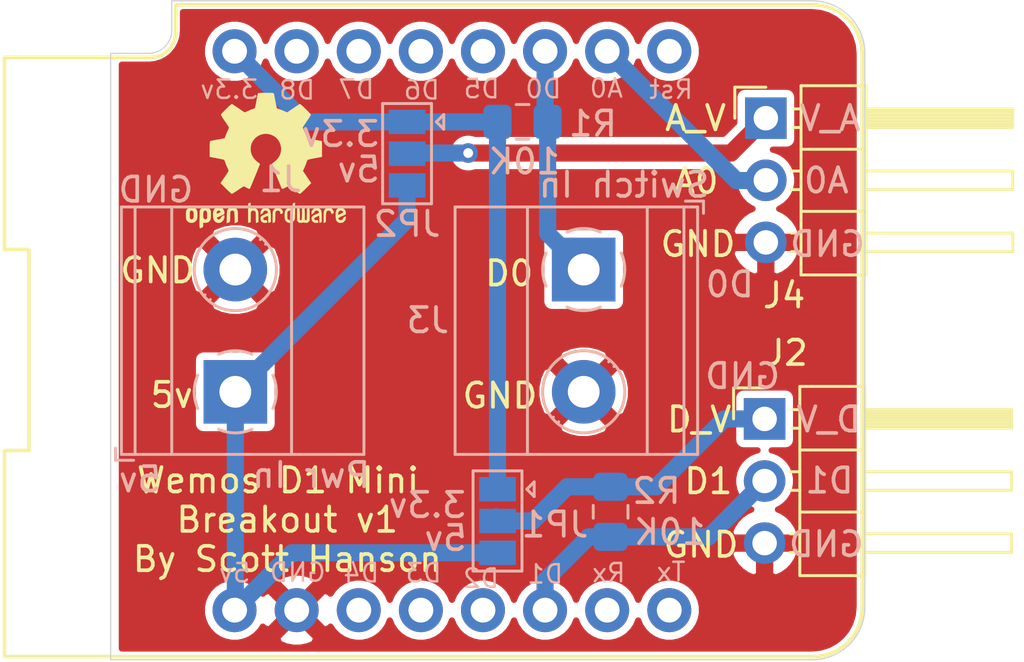
<source format=kicad_pcb>
(kicad_pcb (version 20171130) (host pcbnew "(5.1.5)-3")

  (general
    (thickness 1.6)
    (drawings 50)
    (tracks 48)
    (zones 0)
    (modules 10)
    (nets 19)
  )

  (page A4)
  (title_block
    (title "Wemos D1 Mini Breakout")
    (date 2020-06-12)
    (rev v1)
    (company "Scott Hanson")
  )

  (layers
    (0 F.Cu signal)
    (31 B.Cu signal)
    (32 B.Adhes user)
    (33 F.Adhes user)
    (34 B.Paste user)
    (35 F.Paste user)
    (36 B.SilkS user)
    (37 F.SilkS user)
    (38 B.Mask user)
    (39 F.Mask user)
    (40 Dwgs.User user)
    (41 Cmts.User user)
    (42 Eco1.User user)
    (43 Eco2.User user)
    (44 Edge.Cuts user)
    (45 Margin user)
    (46 B.CrtYd user)
    (47 F.CrtYd user)
    (48 B.Fab user)
    (49 F.Fab user)
  )

  (setup
    (last_trace_width 0.7)
    (trace_clearance 0.2)
    (zone_clearance 0.308)
    (zone_45_only no)
    (trace_min 0.2)
    (via_size 0.8)
    (via_drill 0.4)
    (via_min_size 0.4)
    (via_min_drill 0.3)
    (uvia_size 0.3)
    (uvia_drill 0.1)
    (uvias_allowed no)
    (uvia_min_size 0.2)
    (uvia_min_drill 0.1)
    (edge_width 0.05)
    (segment_width 0.2)
    (pcb_text_width 0.3)
    (pcb_text_size 1.5 1.5)
    (mod_edge_width 0.12)
    (mod_text_size 1 1)
    (mod_text_width 0.15)
    (pad_size 1.524 1.524)
    (pad_drill 0.762)
    (pad_to_mask_clearance 0.051)
    (solder_mask_min_width 0.25)
    (aux_axis_origin 0 0)
    (visible_elements 7FFFFFFF)
    (pcbplotparams
      (layerselection 0x010fc_ffffffff)
      (usegerberextensions false)
      (usegerberattributes false)
      (usegerberadvancedattributes false)
      (creategerberjobfile false)
      (excludeedgelayer true)
      (linewidth 0.100000)
      (plotframeref false)
      (viasonmask false)
      (mode 1)
      (useauxorigin false)
      (hpglpennumber 1)
      (hpglpenspeed 20)
      (hpglpendiameter 15.000000)
      (psnegative false)
      (psa4output false)
      (plotreference true)
      (plotvalue true)
      (plotinvisibletext false)
      (padsonsilk false)
      (subtractmaskfromsilk false)
      (outputformat 1)
      (mirror false)
      (drillshape 0)
      (scaleselection 1)
      (outputdirectory "gerbers"))
  )

  (net 0 "")
  (net 1 GND)
  (net 2 +5V)
  (net 3 D1)
  (net 4 D0)
  (net 5 A0)
  (net 6 +3V3)
  (net 7 "Net-(U1-Pad16)")
  (net 8 "Net-(U1-Pad1)")
  (net 9 "Net-(U1-Pad15)")
  (net 10 "Net-(U1-Pad13)")
  (net 11 "Net-(U1-Pad4)")
  (net 12 "Net-(U1-Pad12)")
  (net 13 "Net-(U1-Pad5)")
  (net 14 "Net-(U1-Pad11)")
  (net 15 "Net-(U1-Pad6)")
  (net 16 "Net-(U1-Pad7)")
  (net 17 /D_V)
  (net 18 /A_V)

  (net_class Default "This is the default net class."
    (clearance 0.2)
    (trace_width 0.7)
    (via_dia 0.8)
    (via_drill 0.4)
    (uvia_dia 0.3)
    (uvia_drill 0.1)
    (add_net A0)
    (add_net D0)
    (add_net D1)
    (add_net "Net-(U1-Pad1)")
    (add_net "Net-(U1-Pad11)")
    (add_net "Net-(U1-Pad12)")
    (add_net "Net-(U1-Pad13)")
    (add_net "Net-(U1-Pad15)")
    (add_net "Net-(U1-Pad16)")
    (add_net "Net-(U1-Pad4)")
    (add_net "Net-(U1-Pad5)")
    (add_net "Net-(U1-Pad6)")
    (add_net "Net-(U1-Pad7)")
  )

  (net_class pwr ""
    (clearance 0.2)
    (trace_width 0.7)
    (via_dia 0.8)
    (via_drill 0.4)
    (uvia_dia 0.3)
    (uvia_drill 0.1)
    (add_net +3V3)
    (add_net +5V)
    (add_net /A_V)
    (add_net /D_V)
    (add_net GND)
  )

  (module Symbol:OSHW-Logo2_7.3x6mm_SilkScreen (layer F.Cu) (tedit 0) (tstamp 5EE447B3)
    (at 134.3 92.825)
    (descr "Open Source Hardware Symbol")
    (tags "Logo Symbol OSHW")
    (attr virtual)
    (fp_text reference REF** (at 0 0) (layer F.SilkS) hide
      (effects (font (size 1 1) (thickness 0.15)))
    )
    (fp_text value OSHW-Logo2_7.3x6mm_SilkScreen (at 0.75 0) (layer F.Fab) hide
      (effects (font (size 1 1) (thickness 0.15)))
    )
    (fp_poly (pts (xy 0.10391 -2.757652) (xy 0.182454 -2.757222) (xy 0.239298 -2.756058) (xy 0.278105 -2.753793)
      (xy 0.302538 -2.75006) (xy 0.316262 -2.744494) (xy 0.32294 -2.736727) (xy 0.326236 -2.726395)
      (xy 0.326556 -2.725057) (xy 0.331562 -2.700921) (xy 0.340829 -2.653299) (xy 0.353392 -2.587259)
      (xy 0.368287 -2.507872) (xy 0.384551 -2.420204) (xy 0.385119 -2.417125) (xy 0.40141 -2.331211)
      (xy 0.416652 -2.255304) (xy 0.429861 -2.193955) (xy 0.440054 -2.151718) (xy 0.446248 -2.133145)
      (xy 0.446543 -2.132816) (xy 0.464788 -2.123747) (xy 0.502405 -2.108633) (xy 0.551271 -2.090738)
      (xy 0.551543 -2.090642) (xy 0.613093 -2.067507) (xy 0.685657 -2.038035) (xy 0.754057 -2.008403)
      (xy 0.757294 -2.006938) (xy 0.868702 -1.956374) (xy 1.115399 -2.12484) (xy 1.191077 -2.176197)
      (xy 1.259631 -2.222111) (xy 1.317088 -2.25997) (xy 1.359476 -2.287163) (xy 1.382825 -2.301079)
      (xy 1.385042 -2.302111) (xy 1.40201 -2.297516) (xy 1.433701 -2.275345) (xy 1.481352 -2.234553)
      (xy 1.546198 -2.174095) (xy 1.612397 -2.109773) (xy 1.676214 -2.046388) (xy 1.733329 -1.988549)
      (xy 1.780305 -1.939825) (xy 1.813703 -1.90379) (xy 1.830085 -1.884016) (xy 1.830694 -1.882998)
      (xy 1.832505 -1.869428) (xy 1.825683 -1.847267) (xy 1.80854 -1.813522) (xy 1.779393 -1.7652)
      (xy 1.736555 -1.699308) (xy 1.679448 -1.614483) (xy 1.628766 -1.539823) (xy 1.583461 -1.47286)
      (xy 1.54615 -1.417484) (xy 1.519452 -1.37758) (xy 1.505985 -1.357038) (xy 1.505137 -1.355644)
      (xy 1.506781 -1.335962) (xy 1.519245 -1.297707) (xy 1.540048 -1.248111) (xy 1.547462 -1.232272)
      (xy 1.579814 -1.16171) (xy 1.614328 -1.081647) (xy 1.642365 -1.012371) (xy 1.662568 -0.960955)
      (xy 1.678615 -0.921881) (xy 1.687888 -0.901459) (xy 1.689041 -0.899886) (xy 1.706096 -0.897279)
      (xy 1.746298 -0.890137) (xy 1.804302 -0.879477) (xy 1.874763 -0.866315) (xy 1.952335 -0.851667)
      (xy 2.031672 -0.836551) (xy 2.107431 -0.821982) (xy 2.174264 -0.808978) (xy 2.226828 -0.798555)
      (xy 2.259776 -0.79173) (xy 2.267857 -0.789801) (xy 2.276205 -0.785038) (xy 2.282506 -0.774282)
      (xy 2.287045 -0.753902) (xy 2.290104 -0.720266) (xy 2.291967 -0.669745) (xy 2.292918 -0.598708)
      (xy 2.29324 -0.503524) (xy 2.293257 -0.464508) (xy 2.293257 -0.147201) (xy 2.217057 -0.132161)
      (xy 2.174663 -0.124005) (xy 2.1114 -0.112101) (xy 2.034962 -0.097884) (xy 1.953043 -0.08279)
      (xy 1.9304 -0.078645) (xy 1.854806 -0.063947) (xy 1.788953 -0.049495) (xy 1.738366 -0.036625)
      (xy 1.708574 -0.026678) (xy 1.703612 -0.023713) (xy 1.691426 -0.002717) (xy 1.673953 0.037967)
      (xy 1.654577 0.090322) (xy 1.650734 0.1016) (xy 1.625339 0.171523) (xy 1.593817 0.250418)
      (xy 1.562969 0.321266) (xy 1.562817 0.321595) (xy 1.511447 0.432733) (xy 1.680399 0.681253)
      (xy 1.849352 0.929772) (xy 1.632429 1.147058) (xy 1.566819 1.211726) (xy 1.506979 1.268733)
      (xy 1.456267 1.315033) (xy 1.418046 1.347584) (xy 1.395675 1.363343) (xy 1.392466 1.364343)
      (xy 1.373626 1.356469) (xy 1.33518 1.334578) (xy 1.28133 1.301267) (xy 1.216276 1.259131)
      (xy 1.14594 1.211943) (xy 1.074555 1.16381) (xy 1.010908 1.121928) (xy 0.959041 1.088871)
      (xy 0.922995 1.067218) (xy 0.906867 1.059543) (xy 0.887189 1.066037) (xy 0.849875 1.08315)
      (xy 0.802621 1.107326) (xy 0.797612 1.110013) (xy 0.733977 1.141927) (xy 0.690341 1.157579)
      (xy 0.663202 1.157745) (xy 0.649057 1.143204) (xy 0.648975 1.143) (xy 0.641905 1.125779)
      (xy 0.625042 1.084899) (xy 0.599695 1.023525) (xy 0.567171 0.944819) (xy 0.528778 0.851947)
      (xy 0.485822 0.748072) (xy 0.444222 0.647502) (xy 0.398504 0.536516) (xy 0.356526 0.433703)
      (xy 0.319548 0.342215) (xy 0.288827 0.265201) (xy 0.265622 0.205815) (xy 0.25119 0.167209)
      (xy 0.246743 0.1528) (xy 0.257896 0.136272) (xy 0.287069 0.10993) (xy 0.325971 0.080887)
      (xy 0.436757 -0.010961) (xy 0.523351 -0.116241) (xy 0.584716 -0.232734) (xy 0.619815 -0.358224)
      (xy 0.627608 -0.490493) (xy 0.621943 -0.551543) (xy 0.591078 -0.678205) (xy 0.53792 -0.790059)
      (xy 0.465767 -0.885999) (xy 0.377917 -0.964924) (xy 0.277665 -1.02573) (xy 0.16831 -1.067313)
      (xy 0.053147 -1.088572) (xy -0.064525 -1.088401) (xy -0.18141 -1.065699) (xy -0.294211 -1.019362)
      (xy -0.399631 -0.948287) (xy -0.443632 -0.908089) (xy -0.528021 -0.804871) (xy -0.586778 -0.692075)
      (xy -0.620296 -0.57299) (xy -0.628965 -0.450905) (xy -0.613177 -0.329107) (xy -0.573322 -0.210884)
      (xy -0.509793 -0.099525) (xy -0.422979 0.001684) (xy -0.325971 0.080887) (xy -0.285563 0.111162)
      (xy -0.257018 0.137219) (xy -0.246743 0.152825) (xy -0.252123 0.169843) (xy -0.267425 0.2105)
      (xy -0.291388 0.271642) (xy -0.322756 0.350119) (xy -0.360268 0.44278) (xy -0.402667 0.546472)
      (xy -0.444337 0.647526) (xy -0.49031 0.758607) (xy -0.532893 0.861541) (xy -0.570779 0.953165)
      (xy -0.60266 1.030316) (xy -0.627229 1.089831) (xy -0.64318 1.128544) (xy -0.64909 1.143)
      (xy -0.663052 1.157685) (xy -0.69006 1.157642) (xy -0.733587 1.142099) (xy -0.79711 1.110284)
      (xy -0.797612 1.110013) (xy -0.84544 1.085323) (xy -0.884103 1.067338) (xy -0.905905 1.059614)
      (xy -0.906867 1.059543) (xy -0.923279 1.067378) (xy -0.959513 1.089165) (xy -1.011526 1.122328)
      (xy -1.075275 1.164291) (xy -1.14594 1.211943) (xy -1.217884 1.260191) (xy -1.282726 1.302151)
      (xy -1.336265 1.335227) (xy -1.374303 1.356821) (xy -1.392467 1.364343) (xy -1.409192 1.354457)
      (xy -1.44282 1.326826) (xy -1.48999 1.284495) (xy -1.547342 1.230505) (xy -1.611516 1.167899)
      (xy -1.632503 1.146983) (xy -1.849501 0.929623) (xy -1.684332 0.68722) (xy -1.634136 0.612781)
      (xy -1.590081 0.545972) (xy -1.554638 0.490665) (xy -1.530281 0.450729) (xy -1.519478 0.430036)
      (xy -1.519162 0.428563) (xy -1.524857 0.409058) (xy -1.540174 0.369822) (xy -1.562463 0.31743)
      (xy -1.578107 0.282355) (xy -1.607359 0.215201) (xy -1.634906 0.147358) (xy -1.656263 0.090034)
      (xy -1.662065 0.072572) (xy -1.678548 0.025938) (xy -1.69466 -0.010095) (xy -1.70351 -0.023713)
      (xy -1.72304 -0.032048) (xy -1.765666 -0.043863) (xy -1.825855 -0.057819) (xy -1.898078 -0.072578)
      (xy -1.9304 -0.078645) (xy -2.012478 -0.093727) (xy -2.091205 -0.108331) (xy -2.158891 -0.12102)
      (xy -2.20784 -0.130358) (xy -2.217057 -0.132161) (xy -2.293257 -0.147201) (xy -2.293257 -0.464508)
      (xy -2.293086 -0.568846) (xy -2.292384 -0.647787) (xy -2.290866 -0.704962) (xy -2.288251 -0.744001)
      (xy -2.284254 -0.768535) (xy -2.278591 -0.782195) (xy -2.27098 -0.788611) (xy -2.267857 -0.789801)
      (xy -2.249022 -0.79402) (xy -2.207412 -0.802438) (xy -2.14837 -0.814039) (xy -2.077243 -0.827805)
      (xy -1.999375 -0.84272) (xy -1.920113 -0.857768) (xy -1.844802 -0.871931) (xy -1.778787 -0.884194)
      (xy -1.727413 -0.893539) (xy -1.696025 -0.89895) (xy -1.689041 -0.899886) (xy -1.682715 -0.912404)
      (xy -1.66871 -0.945754) (xy -1.649645 -0.993623) (xy -1.642366 -1.012371) (xy -1.613004 -1.084805)
      (xy -1.578429 -1.16483) (xy -1.547463 -1.232272) (xy -1.524677 -1.283841) (xy -1.509518 -1.326215)
      (xy -1.504458 -1.352166) (xy -1.505264 -1.355644) (xy -1.515959 -1.372064) (xy -1.54038 -1.408583)
      (xy -1.575905 -1.461313) (xy -1.619913 -1.526365) (xy -1.669783 -1.599849) (xy -1.679644 -1.614355)
      (xy -1.737508 -1.700296) (xy -1.780044 -1.765739) (xy -1.808946 -1.813696) (xy -1.82591 -1.84718)
      (xy -1.832633 -1.869205) (xy -1.83081 -1.882783) (xy -1.830764 -1.882869) (xy -1.816414 -1.900703)
      (xy -1.784677 -1.935183) (xy -1.73899 -1.982732) (xy -1.682796 -2.039778) (xy -1.619532 -2.102745)
      (xy -1.612398 -2.109773) (xy -1.53267 -2.18698) (xy -1.471143 -2.24367) (xy -1.426579 -2.28089)
      (xy -1.397743 -2.299685) (xy -1.385042 -2.302111) (xy -1.366506 -2.291529) (xy -1.328039 -2.267084)
      (xy -1.273614 -2.231388) (xy -1.207202 -2.187053) (xy -1.132775 -2.136689) (xy -1.115399 -2.12484)
      (xy -0.868703 -1.956374) (xy -0.757294 -2.006938) (xy -0.689543 -2.036405) (xy -0.616817 -2.066041)
      (xy -0.554297 -2.08967) (xy -0.551543 -2.090642) (xy -0.50264 -2.108543) (xy -0.464943 -2.12368)
      (xy -0.446575 -2.13279) (xy -0.446544 -2.132816) (xy -0.440715 -2.149283) (xy -0.430808 -2.189781)
      (xy -0.417805 -2.249758) (xy -0.402691 -2.32466) (xy -0.386448 -2.409936) (xy -0.385119 -2.417125)
      (xy -0.368825 -2.504986) (xy -0.353867 -2.58474) (xy -0.341209 -2.651319) (xy -0.331814 -2.699653)
      (xy -0.326646 -2.724675) (xy -0.326556 -2.725057) (xy -0.323411 -2.735701) (xy -0.317296 -2.743738)
      (xy -0.304547 -2.749533) (xy -0.2815 -2.753453) (xy -0.244491 -2.755865) (xy -0.189856 -2.757135)
      (xy -0.113933 -2.757629) (xy -0.013056 -2.757714) (xy 0 -2.757714) (xy 0.10391 -2.757652)) (layer F.SilkS) (width 0.01))
    (fp_poly (pts (xy 3.153595 1.966966) (xy 3.211021 2.004497) (xy 3.238719 2.038096) (xy 3.260662 2.099064)
      (xy 3.262405 2.147308) (xy 3.258457 2.211816) (xy 3.109686 2.276934) (xy 3.037349 2.310202)
      (xy 2.990084 2.336964) (xy 2.965507 2.360144) (xy 2.961237 2.382667) (xy 2.974889 2.407455)
      (xy 2.989943 2.423886) (xy 3.033746 2.450235) (xy 3.081389 2.452081) (xy 3.125145 2.431546)
      (xy 3.157289 2.390752) (xy 3.163038 2.376347) (xy 3.190576 2.331356) (xy 3.222258 2.312182)
      (xy 3.265714 2.295779) (xy 3.265714 2.357966) (xy 3.261872 2.400283) (xy 3.246823 2.435969)
      (xy 3.21528 2.476943) (xy 3.210592 2.482267) (xy 3.175506 2.51872) (xy 3.145347 2.538283)
      (xy 3.107615 2.547283) (xy 3.076335 2.55023) (xy 3.020385 2.550965) (xy 2.980555 2.54166)
      (xy 2.955708 2.527846) (xy 2.916656 2.497467) (xy 2.889625 2.464613) (xy 2.872517 2.423294)
      (xy 2.863238 2.367521) (xy 2.859693 2.291305) (xy 2.85941 2.252622) (xy 2.860372 2.206247)
      (xy 2.948007 2.206247) (xy 2.949023 2.231126) (xy 2.951556 2.2352) (xy 2.968274 2.229665)
      (xy 3.004249 2.215017) (xy 3.052331 2.19419) (xy 3.062386 2.189714) (xy 3.123152 2.158814)
      (xy 3.156632 2.131657) (xy 3.16399 2.10622) (xy 3.146391 2.080481) (xy 3.131856 2.069109)
      (xy 3.07941 2.046364) (xy 3.030322 2.050122) (xy 2.989227 2.077884) (xy 2.960758 2.127152)
      (xy 2.951631 2.166257) (xy 2.948007 2.206247) (xy 2.860372 2.206247) (xy 2.861285 2.162249)
      (xy 2.868196 2.095384) (xy 2.881884 2.046695) (xy 2.904096 2.010849) (xy 2.936574 1.982513)
      (xy 2.950733 1.973355) (xy 3.015053 1.949507) (xy 3.085473 1.948006) (xy 3.153595 1.966966)) (layer F.SilkS) (width 0.01))
    (fp_poly (pts (xy 2.6526 1.958752) (xy 2.669948 1.966334) (xy 2.711356 1.999128) (xy 2.746765 2.046547)
      (xy 2.768664 2.097151) (xy 2.772229 2.122098) (xy 2.760279 2.156927) (xy 2.734067 2.175357)
      (xy 2.705964 2.186516) (xy 2.693095 2.188572) (xy 2.686829 2.173649) (xy 2.674456 2.141175)
      (xy 2.669028 2.126502) (xy 2.63859 2.075744) (xy 2.59452 2.050427) (xy 2.53801 2.051206)
      (xy 2.533825 2.052203) (xy 2.503655 2.066507) (xy 2.481476 2.094393) (xy 2.466327 2.139287)
      (xy 2.45725 2.204615) (xy 2.453286 2.293804) (xy 2.452914 2.341261) (xy 2.45273 2.416071)
      (xy 2.451522 2.467069) (xy 2.448309 2.499471) (xy 2.442109 2.518495) (xy 2.43194 2.529356)
      (xy 2.416819 2.537272) (xy 2.415946 2.53767) (xy 2.386828 2.549981) (xy 2.372403 2.554514)
      (xy 2.370186 2.540809) (xy 2.368289 2.502925) (xy 2.366847 2.445715) (xy 2.365998 2.374027)
      (xy 2.365829 2.321565) (xy 2.366692 2.220047) (xy 2.37007 2.143032) (xy 2.377142 2.086023)
      (xy 2.389088 2.044526) (xy 2.40709 2.014043) (xy 2.432327 1.99008) (xy 2.457247 1.973355)
      (xy 2.517171 1.951097) (xy 2.586911 1.946076) (xy 2.6526 1.958752)) (layer F.SilkS) (width 0.01))
    (fp_poly (pts (xy 2.144876 1.956335) (xy 2.186667 1.975344) (xy 2.219469 1.998378) (xy 2.243503 2.024133)
      (xy 2.260097 2.057358) (xy 2.270577 2.1028) (xy 2.276271 2.165207) (xy 2.278507 2.249327)
      (xy 2.278743 2.304721) (xy 2.278743 2.520826) (xy 2.241774 2.53767) (xy 2.212656 2.549981)
      (xy 2.198231 2.554514) (xy 2.195472 2.541025) (xy 2.193282 2.504653) (xy 2.191942 2.451542)
      (xy 2.191657 2.409372) (xy 2.190434 2.348447) (xy 2.187136 2.300115) (xy 2.182321 2.270518)
      (xy 2.178496 2.264229) (xy 2.152783 2.270652) (xy 2.112418 2.287125) (xy 2.065679 2.309458)
      (xy 2.020845 2.333457) (xy 1.986193 2.35493) (xy 1.970002 2.369685) (xy 1.969938 2.369845)
      (xy 1.97133 2.397152) (xy 1.983818 2.423219) (xy 2.005743 2.444392) (xy 2.037743 2.451474)
      (xy 2.065092 2.450649) (xy 2.103826 2.450042) (xy 2.124158 2.459116) (xy 2.136369 2.483092)
      (xy 2.137909 2.487613) (xy 2.143203 2.521806) (xy 2.129047 2.542568) (xy 2.092148 2.552462)
      (xy 2.052289 2.554292) (xy 1.980562 2.540727) (xy 1.943432 2.521355) (xy 1.897576 2.475845)
      (xy 1.873256 2.419983) (xy 1.871073 2.360957) (xy 1.891629 2.305953) (xy 1.922549 2.271486)
      (xy 1.95342 2.252189) (xy 2.001942 2.227759) (xy 2.058485 2.202985) (xy 2.06791 2.199199)
      (xy 2.130019 2.171791) (xy 2.165822 2.147634) (xy 2.177337 2.123619) (xy 2.16658 2.096635)
      (xy 2.148114 2.075543) (xy 2.104469 2.049572) (xy 2.056446 2.047624) (xy 2.012406 2.067637)
      (xy 1.980709 2.107551) (xy 1.976549 2.117848) (xy 1.952327 2.155724) (xy 1.916965 2.183842)
      (xy 1.872343 2.206917) (xy 1.872343 2.141485) (xy 1.874969 2.101506) (xy 1.88623 2.069997)
      (xy 1.911199 2.036378) (xy 1.935169 2.010484) (xy 1.972441 1.973817) (xy 2.001401 1.954121)
      (xy 2.032505 1.94622) (xy 2.067713 1.944914) (xy 2.144876 1.956335)) (layer F.SilkS) (width 0.01))
    (fp_poly (pts (xy 1.779833 1.958663) (xy 1.782048 1.99685) (xy 1.783784 2.054886) (xy 1.784899 2.12818)
      (xy 1.785257 2.205055) (xy 1.785257 2.465196) (xy 1.739326 2.511127) (xy 1.707675 2.539429)
      (xy 1.67989 2.550893) (xy 1.641915 2.550168) (xy 1.62684 2.548321) (xy 1.579726 2.542948)
      (xy 1.540756 2.539869) (xy 1.531257 2.539585) (xy 1.499233 2.541445) (xy 1.453432 2.546114)
      (xy 1.435674 2.548321) (xy 1.392057 2.551735) (xy 1.362745 2.54432) (xy 1.33368 2.521427)
      (xy 1.323188 2.511127) (xy 1.277257 2.465196) (xy 1.277257 1.978602) (xy 1.314226 1.961758)
      (xy 1.346059 1.949282) (xy 1.364683 1.944914) (xy 1.369458 1.958718) (xy 1.373921 1.997286)
      (xy 1.377775 2.056356) (xy 1.380722 2.131663) (xy 1.382143 2.195286) (xy 1.386114 2.445657)
      (xy 1.420759 2.450556) (xy 1.452268 2.447131) (xy 1.467708 2.436041) (xy 1.472023 2.415308)
      (xy 1.475708 2.371145) (xy 1.478469 2.309146) (xy 1.480012 2.234909) (xy 1.480235 2.196706)
      (xy 1.480457 1.976783) (xy 1.526166 1.960849) (xy 1.558518 1.950015) (xy 1.576115 1.944962)
      (xy 1.576623 1.944914) (xy 1.578388 1.958648) (xy 1.580329 1.99673) (xy 1.582282 2.054482)
      (xy 1.584084 2.127227) (xy 1.585343 2.195286) (xy 1.589314 2.445657) (xy 1.6764 2.445657)
      (xy 1.680396 2.21724) (xy 1.684392 1.988822) (xy 1.726847 1.966868) (xy 1.758192 1.951793)
      (xy 1.776744 1.944951) (xy 1.777279 1.944914) (xy 1.779833 1.958663)) (layer F.SilkS) (width 0.01))
    (fp_poly (pts (xy 1.190117 2.065358) (xy 1.189933 2.173837) (xy 1.189219 2.257287) (xy 1.187675 2.319704)
      (xy 1.185001 2.365085) (xy 1.180894 2.397429) (xy 1.175055 2.420733) (xy 1.167182 2.438995)
      (xy 1.161221 2.449418) (xy 1.111855 2.505945) (xy 1.049264 2.541377) (xy 0.980013 2.55409)
      (xy 0.910668 2.542463) (xy 0.869375 2.521568) (xy 0.826025 2.485422) (xy 0.796481 2.441276)
      (xy 0.778655 2.383462) (xy 0.770463 2.306313) (xy 0.769302 2.249714) (xy 0.769458 2.245647)
      (xy 0.870857 2.245647) (xy 0.871476 2.31055) (xy 0.874314 2.353514) (xy 0.88084 2.381622)
      (xy 0.892523 2.401953) (xy 0.906483 2.417288) (xy 0.953365 2.44689) (xy 1.003701 2.449419)
      (xy 1.051276 2.424705) (xy 1.054979 2.421356) (xy 1.070783 2.403935) (xy 1.080693 2.383209)
      (xy 1.086058 2.352362) (xy 1.088228 2.304577) (xy 1.088571 2.251748) (xy 1.087827 2.185381)
      (xy 1.084748 2.141106) (xy 1.078061 2.112009) (xy 1.066496 2.091173) (xy 1.057013 2.080107)
      (xy 1.01296 2.052198) (xy 0.962224 2.048843) (xy 0.913796 2.070159) (xy 0.90445 2.078073)
      (xy 0.88854 2.095647) (xy 0.87861 2.116587) (xy 0.873278 2.147782) (xy 0.871163 2.196122)
      (xy 0.870857 2.245647) (xy 0.769458 2.245647) (xy 0.77281 2.158568) (xy 0.784726 2.090086)
      (xy 0.807135 2.0386) (xy 0.842124 1.998443) (xy 0.869375 1.977861) (xy 0.918907 1.955625)
      (xy 0.976316 1.945304) (xy 1.029682 1.948067) (xy 1.059543 1.959212) (xy 1.071261 1.962383)
      (xy 1.079037 1.950557) (xy 1.084465 1.918866) (xy 1.088571 1.870593) (xy 1.093067 1.816829)
      (xy 1.099313 1.784482) (xy 1.110676 1.765985) (xy 1.130528 1.75377) (xy 1.143 1.748362)
      (xy 1.190171 1.728601) (xy 1.190117 2.065358)) (layer F.SilkS) (width 0.01))
    (fp_poly (pts (xy 0.529926 1.949755) (xy 0.595858 1.974084) (xy 0.649273 2.017117) (xy 0.670164 2.047409)
      (xy 0.692939 2.102994) (xy 0.692466 2.143186) (xy 0.668562 2.170217) (xy 0.659717 2.174813)
      (xy 0.62153 2.189144) (xy 0.602028 2.185472) (xy 0.595422 2.161407) (xy 0.595086 2.148114)
      (xy 0.582992 2.09921) (xy 0.551471 2.064999) (xy 0.507659 2.048476) (xy 0.458695 2.052634)
      (xy 0.418894 2.074227) (xy 0.40545 2.086544) (xy 0.395921 2.101487) (xy 0.389485 2.124075)
      (xy 0.385317 2.159328) (xy 0.382597 2.212266) (xy 0.380502 2.287907) (xy 0.37996 2.311857)
      (xy 0.377981 2.39379) (xy 0.375731 2.451455) (xy 0.372357 2.489608) (xy 0.367006 2.513004)
      (xy 0.358824 2.526398) (xy 0.346959 2.534545) (xy 0.339362 2.538144) (xy 0.307102 2.550452)
      (xy 0.288111 2.554514) (xy 0.281836 2.540948) (xy 0.278006 2.499934) (xy 0.2766 2.430999)
      (xy 0.277598 2.333669) (xy 0.277908 2.318657) (xy 0.280101 2.229859) (xy 0.282693 2.165019)
      (xy 0.286382 2.119067) (xy 0.291864 2.086935) (xy 0.299835 2.063553) (xy 0.310993 2.043852)
      (xy 0.31683 2.03541) (xy 0.350296 1.998057) (xy 0.387727 1.969003) (xy 0.392309 1.966467)
      (xy 0.459426 1.946443) (xy 0.529926 1.949755)) (layer F.SilkS) (width 0.01))
    (fp_poly (pts (xy 0.039744 1.950968) (xy 0.096616 1.972087) (xy 0.097267 1.972493) (xy 0.13244 1.99838)
      (xy 0.158407 2.028633) (xy 0.17667 2.068058) (xy 0.188732 2.121462) (xy 0.196096 2.193651)
      (xy 0.200264 2.289432) (xy 0.200629 2.303078) (xy 0.205876 2.508842) (xy 0.161716 2.531678)
      (xy 0.129763 2.54711) (xy 0.11047 2.554423) (xy 0.109578 2.554514) (xy 0.106239 2.541022)
      (xy 0.103587 2.504626) (xy 0.101956 2.451452) (xy 0.1016 2.408393) (xy 0.101592 2.338641)
      (xy 0.098403 2.294837) (xy 0.087288 2.273944) (xy 0.063501 2.272925) (xy 0.022296 2.288741)
      (xy -0.039914 2.317815) (xy -0.085659 2.341963) (xy -0.109187 2.362913) (xy -0.116104 2.385747)
      (xy -0.116114 2.386877) (xy -0.104701 2.426212) (xy -0.070908 2.447462) (xy -0.019191 2.450539)
      (xy 0.018061 2.450006) (xy 0.037703 2.460735) (xy 0.049952 2.486505) (xy 0.057002 2.519337)
      (xy 0.046842 2.537966) (xy 0.043017 2.540632) (xy 0.007001 2.55134) (xy -0.043434 2.552856)
      (xy -0.095374 2.545759) (xy -0.132178 2.532788) (xy -0.183062 2.489585) (xy -0.211986 2.429446)
      (xy -0.217714 2.382462) (xy -0.213343 2.340082) (xy -0.197525 2.305488) (xy -0.166203 2.274763)
      (xy -0.115322 2.24399) (xy -0.040824 2.209252) (xy -0.036286 2.207288) (xy 0.030821 2.176287)
      (xy 0.072232 2.150862) (xy 0.089981 2.128014) (xy 0.086107 2.104745) (xy 0.062643 2.078056)
      (xy 0.055627 2.071914) (xy 0.00863 2.0481) (xy -0.040067 2.049103) (xy -0.082478 2.072451)
      (xy -0.110616 2.115675) (xy -0.113231 2.12416) (xy -0.138692 2.165308) (xy -0.170999 2.185128)
      (xy -0.217714 2.20477) (xy -0.217714 2.15395) (xy -0.203504 2.080082) (xy -0.161325 2.012327)
      (xy -0.139376 1.989661) (xy -0.089483 1.960569) (xy -0.026033 1.9474) (xy 0.039744 1.950968)) (layer F.SilkS) (width 0.01))
    (fp_poly (pts (xy -0.624114 1.851289) (xy -0.619861 1.910613) (xy -0.614975 1.945572) (xy -0.608205 1.96082)
      (xy -0.598298 1.961015) (xy -0.595086 1.959195) (xy -0.552356 1.946015) (xy -0.496773 1.946785)
      (xy -0.440263 1.960333) (xy -0.404918 1.977861) (xy -0.368679 2.005861) (xy -0.342187 2.037549)
      (xy -0.324001 2.077813) (xy -0.312678 2.131543) (xy -0.306778 2.203626) (xy -0.304857 2.298951)
      (xy -0.304823 2.317237) (xy -0.3048 2.522646) (xy -0.350509 2.53858) (xy -0.382973 2.54942)
      (xy -0.400785 2.554468) (xy -0.401309 2.554514) (xy -0.403063 2.540828) (xy -0.404556 2.503076)
      (xy -0.405674 2.446224) (xy -0.406303 2.375234) (xy -0.4064 2.332073) (xy -0.406602 2.246973)
      (xy -0.407642 2.185981) (xy -0.410169 2.144177) (xy -0.414836 2.116642) (xy -0.422293 2.098456)
      (xy -0.433189 2.084698) (xy -0.439993 2.078073) (xy -0.486728 2.051375) (xy -0.537728 2.049375)
      (xy -0.583999 2.071955) (xy -0.592556 2.080107) (xy -0.605107 2.095436) (xy -0.613812 2.113618)
      (xy -0.619369 2.139909) (xy -0.622474 2.179562) (xy -0.623824 2.237832) (xy -0.624114 2.318173)
      (xy -0.624114 2.522646) (xy -0.669823 2.53858) (xy -0.702287 2.54942) (xy -0.720099 2.554468)
      (xy -0.720623 2.554514) (xy -0.721963 2.540623) (xy -0.723172 2.501439) (xy -0.724199 2.4407)
      (xy -0.724998 2.362141) (xy -0.725519 2.269498) (xy -0.725714 2.166509) (xy -0.725714 1.769342)
      (xy -0.678543 1.749444) (xy -0.631371 1.729547) (xy -0.624114 1.851289)) (layer F.SilkS) (width 0.01))
    (fp_poly (pts (xy -1.831697 1.931239) (xy -1.774473 1.969735) (xy -1.730251 2.025335) (xy -1.703833 2.096086)
      (xy -1.69849 2.148162) (xy -1.699097 2.169893) (xy -1.704178 2.186531) (xy -1.718145 2.201437)
      (xy -1.745411 2.217973) (xy -1.790388 2.239498) (xy -1.857489 2.269374) (xy -1.857829 2.269524)
      (xy -1.919593 2.297813) (xy -1.970241 2.322933) (xy -2.004596 2.342179) (xy -2.017482 2.352848)
      (xy -2.017486 2.352934) (xy -2.006128 2.376166) (xy -1.979569 2.401774) (xy -1.949077 2.420221)
      (xy -1.93363 2.423886) (xy -1.891485 2.411212) (xy -1.855192 2.379471) (xy -1.837483 2.344572)
      (xy -1.820448 2.318845) (xy -1.787078 2.289546) (xy -1.747851 2.264235) (xy -1.713244 2.250471)
      (xy -1.706007 2.249714) (xy -1.697861 2.26216) (xy -1.69737 2.293972) (xy -1.703357 2.336866)
      (xy -1.714643 2.382558) (xy -1.73005 2.422761) (xy -1.730829 2.424322) (xy -1.777196 2.489062)
      (xy -1.837289 2.533097) (xy -1.905535 2.554711) (xy -1.976362 2.552185) (xy -2.044196 2.523804)
      (xy -2.047212 2.521808) (xy -2.100573 2.473448) (xy -2.13566 2.410352) (xy -2.155078 2.327387)
      (xy -2.157684 2.304078) (xy -2.162299 2.194055) (xy -2.156767 2.142748) (xy -2.017486 2.142748)
      (xy -2.015676 2.174753) (xy -2.005778 2.184093) (xy -1.981102 2.177105) (xy -1.942205 2.160587)
      (xy -1.898725 2.139881) (xy -1.897644 2.139333) (xy -1.860791 2.119949) (xy -1.846 2.107013)
      (xy -1.849647 2.093451) (xy -1.865005 2.075632) (xy -1.904077 2.049845) (xy -1.946154 2.04795)
      (xy -1.983897 2.066717) (xy -2.009966 2.102915) (xy -2.017486 2.142748) (xy -2.156767 2.142748)
      (xy -2.152806 2.106027) (xy -2.12845 2.036212) (xy -2.094544 1.987302) (xy -2.033347 1.937878)
      (xy -1.965937 1.913359) (xy -1.89712 1.911797) (xy -1.831697 1.931239)) (layer F.SilkS) (width 0.01))
    (fp_poly (pts (xy -2.958885 1.921962) (xy -2.890855 1.957733) (xy -2.840649 2.015301) (xy -2.822815 2.052312)
      (xy -2.808937 2.107882) (xy -2.801833 2.178096) (xy -2.80116 2.254727) (xy -2.806573 2.329552)
      (xy -2.81773 2.394342) (xy -2.834286 2.440873) (xy -2.839374 2.448887) (xy -2.899645 2.508707)
      (xy -2.971231 2.544535) (xy -3.048908 2.55502) (xy -3.127452 2.53881) (xy -3.149311 2.529092)
      (xy -3.191878 2.499143) (xy -3.229237 2.459433) (xy -3.232768 2.454397) (xy -3.247119 2.430124)
      (xy -3.256606 2.404178) (xy -3.26221 2.370022) (xy -3.264914 2.321119) (xy -3.265701 2.250935)
      (xy -3.265714 2.2352) (xy -3.265678 2.230192) (xy -3.120571 2.230192) (xy -3.119727 2.29643)
      (xy -3.116404 2.340386) (xy -3.109417 2.368779) (xy -3.097584 2.388325) (xy -3.091543 2.394857)
      (xy -3.056814 2.41968) (xy -3.023097 2.418548) (xy -2.989005 2.397016) (xy -2.968671 2.374029)
      (xy -2.956629 2.340478) (xy -2.949866 2.287569) (xy -2.949402 2.281399) (xy -2.948248 2.185513)
      (xy -2.960312 2.114299) (xy -2.98543 2.068194) (xy -3.02344 2.047635) (xy -3.037008 2.046514)
      (xy -3.072636 2.052152) (xy -3.097006 2.071686) (xy -3.111907 2.109042) (xy -3.119125 2.16815)
      (xy -3.120571 2.230192) (xy -3.265678 2.230192) (xy -3.265174 2.160413) (xy -3.262904 2.108159)
      (xy -3.257932 2.071949) (xy -3.249287 2.045299) (xy -3.235995 2.021722) (xy -3.233057 2.017338)
      (xy -3.183687 1.958249) (xy -3.129891 1.923947) (xy -3.064398 1.910331) (xy -3.042158 1.909665)
      (xy -2.958885 1.921962)) (layer F.SilkS) (width 0.01))
    (fp_poly (pts (xy -1.283907 1.92778) (xy -1.237328 1.954723) (xy -1.204943 1.981466) (xy -1.181258 2.009484)
      (xy -1.164941 2.043748) (xy -1.154661 2.089227) (xy -1.149086 2.150892) (xy -1.146884 2.233711)
      (xy -1.146629 2.293246) (xy -1.146629 2.512391) (xy -1.208314 2.540044) (xy -1.27 2.567697)
      (xy -1.277257 2.32767) (xy -1.280256 2.238028) (xy -1.283402 2.172962) (xy -1.287299 2.128026)
      (xy -1.292553 2.09877) (xy -1.299769 2.080748) (xy -1.30955 2.069511) (xy -1.312688 2.067079)
      (xy -1.360239 2.048083) (xy -1.408303 2.0556) (xy -1.436914 2.075543) (xy -1.448553 2.089675)
      (xy -1.456609 2.10822) (xy -1.461729 2.136334) (xy -1.464559 2.179173) (xy -1.465744 2.241895)
      (xy -1.465943 2.307261) (xy -1.465982 2.389268) (xy -1.467386 2.447316) (xy -1.472086 2.486465)
      (xy -1.482013 2.51178) (xy -1.499097 2.528323) (xy -1.525268 2.541156) (xy -1.560225 2.554491)
      (xy -1.598404 2.569007) (xy -1.593859 2.311389) (xy -1.592029 2.218519) (xy -1.589888 2.149889)
      (xy -1.586819 2.100711) (xy -1.582206 2.066198) (xy -1.575432 2.041562) (xy -1.565881 2.022016)
      (xy -1.554366 2.00477) (xy -1.49881 1.94968) (xy -1.43102 1.917822) (xy -1.357287 1.910191)
      (xy -1.283907 1.92778)) (layer F.SilkS) (width 0.01))
    (fp_poly (pts (xy -2.400256 1.919918) (xy -2.344799 1.947568) (xy -2.295852 1.99848) (xy -2.282371 2.017338)
      (xy -2.267686 2.042015) (xy -2.258158 2.068816) (xy -2.252707 2.104587) (xy -2.250253 2.156169)
      (xy -2.249714 2.224267) (xy -2.252148 2.317588) (xy -2.260606 2.387657) (xy -2.276826 2.439931)
      (xy -2.302546 2.479869) (xy -2.339503 2.512929) (xy -2.342218 2.514886) (xy -2.37864 2.534908)
      (xy -2.422498 2.544815) (xy -2.478276 2.547257) (xy -2.568952 2.547257) (xy -2.56899 2.635283)
      (xy -2.569834 2.684308) (xy -2.574976 2.713065) (xy -2.588413 2.730311) (xy -2.614142 2.744808)
      (xy -2.620321 2.747769) (xy -2.649236 2.761648) (xy -2.671624 2.770414) (xy -2.688271 2.771171)
      (xy -2.699964 2.761023) (xy -2.70749 2.737073) (xy -2.711634 2.696426) (xy -2.713185 2.636186)
      (xy -2.712929 2.553455) (xy -2.711651 2.445339) (xy -2.711252 2.413) (xy -2.709815 2.301524)
      (xy -2.708528 2.228603) (xy -2.569029 2.228603) (xy -2.568245 2.290499) (xy -2.56476 2.330997)
      (xy -2.556876 2.357708) (xy -2.542895 2.378244) (xy -2.533403 2.38826) (xy -2.494596 2.417567)
      (xy -2.460237 2.419952) (xy -2.424784 2.39575) (xy -2.423886 2.394857) (xy -2.409461 2.376153)
      (xy -2.400687 2.350732) (xy -2.396261 2.311584) (xy -2.394882 2.251697) (xy -2.394857 2.23843)
      (xy -2.398188 2.155901) (xy -2.409031 2.098691) (xy -2.42866 2.063766) (xy -2.45835 2.048094)
      (xy -2.475509 2.046514) (xy -2.516234 2.053926) (xy -2.544168 2.07833) (xy -2.560983 2.12298)
      (xy -2.56835 2.19113) (xy -2.569029 2.228603) (xy -2.708528 2.228603) (xy -2.708292 2.215245)
      (xy -2.706323 2.150333) (xy -2.70355 2.102958) (xy -2.699612 2.06929) (xy -2.694151 2.045498)
      (xy -2.686808 2.027753) (xy -2.677223 2.012224) (xy -2.673113 2.006381) (xy -2.618595 1.951185)
      (xy -2.549664 1.91989) (xy -2.469928 1.911165) (xy -2.400256 1.919918)) (layer F.SilkS) (width 0.01))
  )

  (module Jumper:SolderJumper-3_P1.3mm_Open_Pad1.0x1.5mm (layer B.Cu) (tedit 5A3F8BB2) (tstamp 5EE3FAC7)
    (at 140.075 92.55 270)
    (descr "SMD Solder 3-pad Jumper, 1x1.5mm Pads, 0.3mm gap, open")
    (tags "solder jumper open")
    (path /5EE4F184)
    (attr virtual)
    (fp_text reference JP2 (at 2.875 0 180) (layer B.SilkS)
      (effects (font (size 1 1) (thickness 0.15)) (justify mirror))
    )
    (fp_text value "5v/3.3v Select" (at 0 -2 90) (layer B.Fab)
      (effects (font (size 1 1) (thickness 0.15)) (justify mirror))
    )
    (fp_line (start 2.3 -1.25) (end -2.3 -1.25) (layer B.CrtYd) (width 0.05))
    (fp_line (start 2.3 -1.25) (end 2.3 1.25) (layer B.CrtYd) (width 0.05))
    (fp_line (start -2.3 1.25) (end -2.3 -1.25) (layer B.CrtYd) (width 0.05))
    (fp_line (start -2.3 1.25) (end 2.3 1.25) (layer B.CrtYd) (width 0.05))
    (fp_line (start -2.05 1) (end 2.05 1) (layer B.SilkS) (width 0.12))
    (fp_line (start 2.05 1) (end 2.05 -1) (layer B.SilkS) (width 0.12))
    (fp_line (start 2.05 -1) (end -2.05 -1) (layer B.SilkS) (width 0.12))
    (fp_line (start -2.05 -1) (end -2.05 1) (layer B.SilkS) (width 0.12))
    (fp_line (start -1.3 -1.2) (end -1.6 -1.5) (layer B.SilkS) (width 0.12))
    (fp_line (start -1.6 -1.5) (end -1 -1.5) (layer B.SilkS) (width 0.12))
    (fp_line (start -1.3 -1.2) (end -1 -1.5) (layer B.SilkS) (width 0.12))
    (pad 1 smd rect (at -1.3 0 270) (size 1 1.5) (layers B.Cu B.Mask)
      (net 6 +3V3))
    (pad 2 smd rect (at 0 0 270) (size 1 1.5) (layers B.Cu B.Mask)
      (net 18 /A_V))
    (pad 3 smd rect (at 1.3 0 270) (size 1 1.5) (layers B.Cu B.Mask)
      (net 2 +5V))
  )

  (module Jumper:SolderJumper-3_P1.3mm_Open_Pad1.0x1.5mm (layer B.Cu) (tedit 5A3F8BB2) (tstamp 5EE3A6D3)
    (at 143.775 107.575 270)
    (descr "SMD Solder 3-pad Jumper, 1x1.5mm Pads, 0.3mm gap, open")
    (tags "solder jumper open")
    (path /5EE4955E)
    (attr virtual)
    (fp_text reference JP1 (at 0.15 -2.35 180) (layer B.SilkS)
      (effects (font (size 1 1) (thickness 0.15)) (justify mirror))
    )
    (fp_text value "5v/3.3v Select" (at 0 -2 90) (layer B.Fab)
      (effects (font (size 1 1) (thickness 0.15)) (justify mirror))
    )
    (fp_line (start 2.3 -1.25) (end -2.3 -1.25) (layer B.CrtYd) (width 0.05))
    (fp_line (start 2.3 -1.25) (end 2.3 1.25) (layer B.CrtYd) (width 0.05))
    (fp_line (start -2.3 1.25) (end -2.3 -1.25) (layer B.CrtYd) (width 0.05))
    (fp_line (start -2.3 1.25) (end 2.3 1.25) (layer B.CrtYd) (width 0.05))
    (fp_line (start -2.05 1) (end 2.05 1) (layer B.SilkS) (width 0.12))
    (fp_line (start 2.05 1) (end 2.05 -1) (layer B.SilkS) (width 0.12))
    (fp_line (start 2.05 -1) (end -2.05 -1) (layer B.SilkS) (width 0.12))
    (fp_line (start -2.05 -1) (end -2.05 1) (layer B.SilkS) (width 0.12))
    (fp_line (start -1.3 -1.2) (end -1.6 -1.5) (layer B.SilkS) (width 0.12))
    (fp_line (start -1.6 -1.5) (end -1 -1.5) (layer B.SilkS) (width 0.12))
    (fp_line (start -1.3 -1.2) (end -1 -1.5) (layer B.SilkS) (width 0.12))
    (pad 1 smd rect (at -1.3 0 270) (size 1 1.5) (layers B.Cu B.Mask)
      (net 6 +3V3))
    (pad 2 smd rect (at 0 0 270) (size 1 1.5) (layers B.Cu B.Mask)
      (net 17 /D_V))
    (pad 3 smd rect (at 1.3 0 270) (size 1 1.5) (layers B.Cu B.Mask)
      (net 2 +5V))
  )

  (module TerminalBlock_Phoenix:TerminalBlock_Phoenix_MKDS-1,5-2_1x02_P5.00mm_Horizontal (layer B.Cu) (tedit 5B294EE5) (tstamp 5EE21C7F)
    (at 147.3 97.291012 270)
    (descr "Terminal Block Phoenix MKDS-1,5-2, 2 pins, pitch 5mm, size 10x9.8mm^2, drill diamater 1.3mm, pad diameter 2.6mm, see http://www.farnell.com/datasheets/100425.pdf, script-generated using https://github.com/pointhi/kicad-footprint-generator/scripts/TerminalBlock_Phoenix")
    (tags "THT Terminal Block Phoenix MKDS-1,5-2 pitch 5mm size 10x9.8mm^2 drill 1.3mm pad 2.6mm")
    (path /5EE2E44A)
    (fp_text reference J3 (at 2.075 6.375 180) (layer B.SilkS)
      (effects (font (size 1 1) (thickness 0.15)) (justify mirror))
    )
    (fp_text value "Switch In" (at -3.466012 -1.65 180) (layer B.SilkS)
      (effects (font (size 1 1) (thickness 0.15)) (justify mirror))
    )
    (fp_text user %R (at 2.5 -3.2 90) (layer B.Fab)
      (effects (font (size 1 1) (thickness 0.15)) (justify mirror))
    )
    (fp_line (start 8 5.71) (end -3 5.71) (layer B.CrtYd) (width 0.05))
    (fp_line (start 8 -5.1) (end 8 5.71) (layer B.CrtYd) (width 0.05))
    (fp_line (start -3 -5.1) (end 8 -5.1) (layer B.CrtYd) (width 0.05))
    (fp_line (start -3 5.71) (end -3 -5.1) (layer B.CrtYd) (width 0.05))
    (fp_line (start -2.8 -4.9) (end -2.3 -4.9) (layer B.SilkS) (width 0.12))
    (fp_line (start -2.8 -4.16) (end -2.8 -4.9) (layer B.SilkS) (width 0.12))
    (fp_line (start 3.773 -1.023) (end 3.726 -1.069) (layer B.SilkS) (width 0.12))
    (fp_line (start 6.07 1.275) (end 6.035 1.239) (layer B.SilkS) (width 0.12))
    (fp_line (start 3.966 -1.239) (end 3.931 -1.274) (layer B.SilkS) (width 0.12))
    (fp_line (start 6.275 1.069) (end 6.228 1.023) (layer B.SilkS) (width 0.12))
    (fp_line (start 5.955 1.138) (end 3.863 -0.955) (layer B.Fab) (width 0.1))
    (fp_line (start 6.138 0.955) (end 4.046 -1.138) (layer B.Fab) (width 0.1))
    (fp_line (start 0.955 1.138) (end -1.138 -0.955) (layer B.Fab) (width 0.1))
    (fp_line (start 1.138 0.955) (end -0.955 -1.138) (layer B.Fab) (width 0.1))
    (fp_line (start 7.56 5.261) (end 7.56 -4.66) (layer B.SilkS) (width 0.12))
    (fp_line (start -2.56 5.261) (end -2.56 -4.66) (layer B.SilkS) (width 0.12))
    (fp_line (start -2.56 -4.66) (end 7.56 -4.66) (layer B.SilkS) (width 0.12))
    (fp_line (start -2.56 5.261) (end 7.56 5.261) (layer B.SilkS) (width 0.12))
    (fp_line (start -2.56 2.301) (end 7.56 2.301) (layer B.SilkS) (width 0.12))
    (fp_line (start -2.5 2.3) (end 7.5 2.3) (layer B.Fab) (width 0.1))
    (fp_line (start -2.56 -2.6) (end 7.56 -2.6) (layer B.SilkS) (width 0.12))
    (fp_line (start -2.5 -2.6) (end 7.5 -2.6) (layer B.Fab) (width 0.1))
    (fp_line (start -2.56 -4.1) (end 7.56 -4.1) (layer B.SilkS) (width 0.12))
    (fp_line (start -2.5 -4.1) (end 7.5 -4.1) (layer B.Fab) (width 0.1))
    (fp_line (start -2.5 -4.1) (end -2.5 5.2) (layer B.Fab) (width 0.1))
    (fp_line (start -2 -4.6) (end -2.5 -4.1) (layer B.Fab) (width 0.1))
    (fp_line (start 7.5 -4.6) (end -2 -4.6) (layer B.Fab) (width 0.1))
    (fp_line (start 7.5 5.2) (end 7.5 -4.6) (layer B.Fab) (width 0.1))
    (fp_line (start -2.5 5.2) (end 7.5 5.2) (layer B.Fab) (width 0.1))
    (fp_circle (center 5 0) (end 6.68 0) (layer B.SilkS) (width 0.12))
    (fp_circle (center 5 0) (end 6.5 0) (layer B.Fab) (width 0.1))
    (fp_circle (center 0 0) (end 1.5 0) (layer B.Fab) (width 0.1))
    (fp_arc (start 0 0) (end -0.684 -1.535) (angle 25) (layer B.SilkS) (width 0.12))
    (fp_arc (start 0 0) (end -1.535 0.684) (angle 48) (layer B.SilkS) (width 0.12))
    (fp_arc (start 0 0) (end 0.684 1.535) (angle 48) (layer B.SilkS) (width 0.12))
    (fp_arc (start 0 0) (end 1.535 -0.684) (angle 48) (layer B.SilkS) (width 0.12))
    (fp_arc (start 0 0) (end 0 -1.68) (angle 24) (layer B.SilkS) (width 0.12))
    (pad 2 thru_hole circle (at 5 0 270) (size 2.6 2.6) (drill 1.3) (layers *.Cu *.Mask)
      (net 1 GND))
    (pad 1 thru_hole rect (at 0 0 270) (size 2.6 2.6) (drill 1.3) (layers *.Cu *.Mask)
      (net 4 D0))
    (model ${KISYS3DMOD}/TerminalBlock_Phoenix.3dshapes/TerminalBlock_Phoenix_MKDS-1,5-2_1x02_P5.00mm_Horizontal.wrl
      (at (xyz 0 0 0))
      (scale (xyz 1 1 1))
      (rotate (xyz 0 0 0))
    )
    (model "${GIT_MODELS}/2Pin Blue.step"
      (offset (xyz 7.5 5.5 0))
      (scale (xyz 1 1 1))
      (rotate (xyz 0 0 90))
    )
  )

  (module Resistor_SMD:R_0805_2012Metric_Pad1.15x1.40mm_HandSolder (layer B.Cu) (tedit 5B36C52B) (tstamp 5EE3DCE3)
    (at 148.4 107.2 270)
    (descr "Resistor SMD 0805 (2012 Metric), square (rectangular) end terminal, IPC_7351 nominal with elongated pad for handsoldering. (Body size source: https://docs.google.com/spreadsheets/d/1BsfQQcO9C6DZCsRaXUlFlo91Tg2WpOkGARC1WS5S8t0/edit?usp=sharing), generated with kicad-footprint-generator")
    (tags "resistor handsolder")
    (path /5EE754E5)
    (attr smd)
    (fp_text reference R2 (at -0.85 -1.875) (layer B.SilkS)
      (effects (font (size 1 1) (thickness 0.15)) (justify mirror))
    )
    (fp_text value 10K (at 0.825 -2.425) (layer B.SilkS)
      (effects (font (size 1 1) (thickness 0.15)) (justify mirror))
    )
    (fp_text user %R (at 0 0 270) (layer B.Fab)
      (effects (font (size 0.5 0.5) (thickness 0.08)) (justify mirror))
    )
    (fp_line (start 1.85 -0.95) (end -1.85 -0.95) (layer B.CrtYd) (width 0.05))
    (fp_line (start 1.85 0.95) (end 1.85 -0.95) (layer B.CrtYd) (width 0.05))
    (fp_line (start -1.85 0.95) (end 1.85 0.95) (layer B.CrtYd) (width 0.05))
    (fp_line (start -1.85 -0.95) (end -1.85 0.95) (layer B.CrtYd) (width 0.05))
    (fp_line (start -0.261252 -0.71) (end 0.261252 -0.71) (layer B.SilkS) (width 0.12))
    (fp_line (start -0.261252 0.71) (end 0.261252 0.71) (layer B.SilkS) (width 0.12))
    (fp_line (start 1 -0.6) (end -1 -0.6) (layer B.Fab) (width 0.1))
    (fp_line (start 1 0.6) (end 1 -0.6) (layer B.Fab) (width 0.1))
    (fp_line (start -1 0.6) (end 1 0.6) (layer B.Fab) (width 0.1))
    (fp_line (start -1 -0.6) (end -1 0.6) (layer B.Fab) (width 0.1))
    (pad 2 smd roundrect (at 1.025 0 270) (size 1.15 1.4) (layers B.Cu B.Paste B.Mask) (roundrect_rratio 0.217391)
      (net 3 D1))
    (pad 1 smd roundrect (at -1.025 0 270) (size 1.15 1.4) (layers B.Cu B.Paste B.Mask) (roundrect_rratio 0.217391)
      (net 17 /D_V))
    (model ${KISYS3DMOD}/Resistor_SMD.3dshapes/R_0805_2012Metric.wrl
      (at (xyz 0 0 0))
      (scale (xyz 1 1 1))
      (rotate (xyz 0 0 0))
    )
  )

  (module Connector_PinHeader_2.54mm:PinHeader_1x03_P2.54mm_Horizontal (layer F.Cu) (tedit 59FED5CB) (tstamp 5EE21CBF)
    (at 154.75 91.1)
    (descr "Through hole angled pin header, 1x03, 2.54mm pitch, 6mm pin length, single row")
    (tags "Through hole angled pin header THT 1x03 2.54mm single row")
    (path /5EE2F4FB)
    (fp_text reference J4 (at 0.75 7.25) (layer F.SilkS)
      (effects (font (size 1 1) (thickness 0.15)))
    )
    (fp_text value "Analog In" (at 4.385 7.35) (layer F.Fab)
      (effects (font (size 1 1) (thickness 0.15)))
    )
    (fp_text user %R (at 2.77 2.54 -270) (layer F.Fab)
      (effects (font (size 1 1) (thickness 0.15)))
    )
    (fp_line (start 10.55 -1.8) (end -1.8 -1.8) (layer F.CrtYd) (width 0.05))
    (fp_line (start 10.55 6.85) (end 10.55 -1.8) (layer F.CrtYd) (width 0.05))
    (fp_line (start -1.8 6.85) (end 10.55 6.85) (layer F.CrtYd) (width 0.05))
    (fp_line (start -1.8 -1.8) (end -1.8 6.85) (layer F.CrtYd) (width 0.05))
    (fp_line (start -1.27 -1.27) (end 0 -1.27) (layer F.SilkS) (width 0.12))
    (fp_line (start -1.27 0) (end -1.27 -1.27) (layer F.SilkS) (width 0.12))
    (fp_line (start 1.042929 5.46) (end 1.44 5.46) (layer F.SilkS) (width 0.12))
    (fp_line (start 1.042929 4.7) (end 1.44 4.7) (layer F.SilkS) (width 0.12))
    (fp_line (start 10.1 5.46) (end 4.1 5.46) (layer F.SilkS) (width 0.12))
    (fp_line (start 10.1 4.7) (end 10.1 5.46) (layer F.SilkS) (width 0.12))
    (fp_line (start 4.1 4.7) (end 10.1 4.7) (layer F.SilkS) (width 0.12))
    (fp_line (start 1.44 3.81) (end 4.1 3.81) (layer F.SilkS) (width 0.12))
    (fp_line (start 1.042929 2.92) (end 1.44 2.92) (layer F.SilkS) (width 0.12))
    (fp_line (start 1.042929 2.16) (end 1.44 2.16) (layer F.SilkS) (width 0.12))
    (fp_line (start 10.1 2.92) (end 4.1 2.92) (layer F.SilkS) (width 0.12))
    (fp_line (start 10.1 2.16) (end 10.1 2.92) (layer F.SilkS) (width 0.12))
    (fp_line (start 4.1 2.16) (end 10.1 2.16) (layer F.SilkS) (width 0.12))
    (fp_line (start 1.44 1.27) (end 4.1 1.27) (layer F.SilkS) (width 0.12))
    (fp_line (start 1.11 0.38) (end 1.44 0.38) (layer F.SilkS) (width 0.12))
    (fp_line (start 1.11 -0.38) (end 1.44 -0.38) (layer F.SilkS) (width 0.12))
    (fp_line (start 4.1 0.28) (end 10.1 0.28) (layer F.SilkS) (width 0.12))
    (fp_line (start 4.1 0.16) (end 10.1 0.16) (layer F.SilkS) (width 0.12))
    (fp_line (start 4.1 0.04) (end 10.1 0.04) (layer F.SilkS) (width 0.12))
    (fp_line (start 4.1 -0.08) (end 10.1 -0.08) (layer F.SilkS) (width 0.12))
    (fp_line (start 4.1 -0.2) (end 10.1 -0.2) (layer F.SilkS) (width 0.12))
    (fp_line (start 4.1 -0.32) (end 10.1 -0.32) (layer F.SilkS) (width 0.12))
    (fp_line (start 10.1 0.38) (end 4.1 0.38) (layer F.SilkS) (width 0.12))
    (fp_line (start 10.1 -0.38) (end 10.1 0.38) (layer F.SilkS) (width 0.12))
    (fp_line (start 4.1 -0.38) (end 10.1 -0.38) (layer F.SilkS) (width 0.12))
    (fp_line (start 4.1 -1.33) (end 1.44 -1.33) (layer F.SilkS) (width 0.12))
    (fp_line (start 4.1 6.41) (end 4.1 -1.33) (layer F.SilkS) (width 0.12))
    (fp_line (start 1.44 6.41) (end 4.1 6.41) (layer F.SilkS) (width 0.12))
    (fp_line (start 1.44 -1.33) (end 1.44 6.41) (layer F.SilkS) (width 0.12))
    (fp_line (start 4.04 5.4) (end 10.04 5.4) (layer F.Fab) (width 0.1))
    (fp_line (start 10.04 4.76) (end 10.04 5.4) (layer F.Fab) (width 0.1))
    (fp_line (start 4.04 4.76) (end 10.04 4.76) (layer F.Fab) (width 0.1))
    (fp_line (start -0.32 5.4) (end 1.5 5.4) (layer F.Fab) (width 0.1))
    (fp_line (start -0.32 4.76) (end -0.32 5.4) (layer F.Fab) (width 0.1))
    (fp_line (start -0.32 4.76) (end 1.5 4.76) (layer F.Fab) (width 0.1))
    (fp_line (start 4.04 2.86) (end 10.04 2.86) (layer F.Fab) (width 0.1))
    (fp_line (start 10.04 2.22) (end 10.04 2.86) (layer F.Fab) (width 0.1))
    (fp_line (start 4.04 2.22) (end 10.04 2.22) (layer F.Fab) (width 0.1))
    (fp_line (start -0.32 2.86) (end 1.5 2.86) (layer F.Fab) (width 0.1))
    (fp_line (start -0.32 2.22) (end -0.32 2.86) (layer F.Fab) (width 0.1))
    (fp_line (start -0.32 2.22) (end 1.5 2.22) (layer F.Fab) (width 0.1))
    (fp_line (start 4.04 0.32) (end 10.04 0.32) (layer F.Fab) (width 0.1))
    (fp_line (start 10.04 -0.32) (end 10.04 0.32) (layer F.Fab) (width 0.1))
    (fp_line (start 4.04 -0.32) (end 10.04 -0.32) (layer F.Fab) (width 0.1))
    (fp_line (start -0.32 0.32) (end 1.5 0.32) (layer F.Fab) (width 0.1))
    (fp_line (start -0.32 -0.32) (end -0.32 0.32) (layer F.Fab) (width 0.1))
    (fp_line (start -0.32 -0.32) (end 1.5 -0.32) (layer F.Fab) (width 0.1))
    (fp_line (start 1.5 -0.635) (end 2.135 -1.27) (layer F.Fab) (width 0.1))
    (fp_line (start 1.5 6.35) (end 1.5 -0.635) (layer F.Fab) (width 0.1))
    (fp_line (start 4.04 6.35) (end 1.5 6.35) (layer F.Fab) (width 0.1))
    (fp_line (start 4.04 -1.27) (end 4.04 6.35) (layer F.Fab) (width 0.1))
    (fp_line (start 2.135 -1.27) (end 4.04 -1.27) (layer F.Fab) (width 0.1))
    (pad 3 thru_hole oval (at 0 5.08) (size 1.7 1.7) (drill 1) (layers *.Cu *.Mask)
      (net 1 GND))
    (pad 2 thru_hole oval (at 0 2.54) (size 1.7 1.7) (drill 1) (layers *.Cu *.Mask)
      (net 5 A0))
    (pad 1 thru_hole rect (at 0 0) (size 1.7 1.7) (drill 1) (layers *.Cu *.Mask)
      (net 18 /A_V))
    (model ${KISYS3DMOD}/Connector_PinHeader_2.54mm.3dshapes/PinHeader_1x03_P2.54mm_Horizontal.wrl
      (at (xyz 0 0 0))
      (scale (xyz 1 1 1))
      (rotate (xyz 0 0 0))
    )
  )

  (module wemos-d1-mini:wemos-d1-mini-connectors-only locked (layer F.Cu) (tedit 5EC77245) (tstamp 5EE21CFB)
    (at 141.91 99.792024)
    (path /5EE2DB99)
    (fp_text reference U1 (at -16.635 -10.117024 90) (layer F.Fab)
      (effects (font (size 1 1) (thickness 0.15)))
    )
    (fp_text value WeMos_D1_mini (at 0 0) (layer F.Fab)
      (effects (font (size 1 1) (thickness 0.15)))
    )
    (fp_arc (start -12.48 -12.33) (end -11.48 -12.33) (angle 90) (layer F.CrtYd) (width 0.05))
    (fp_line (start -18.46 -11.33) (end -12.48 -11.33) (layer F.CrtYd) (width 0.05))
    (fp_line (start -11.48 -13.5) (end -11.48 -12.33) (layer F.CrtYd) (width 0.05))
    (fp_line (start -11.3 -13.33) (end -11.3 -13.33) (layer F.SilkS) (width 0.15))
    (fp_line (start -11.3 -12.17) (end -11.3 -13.33) (layer F.SilkS) (width 0.15))
    (fp_arc (start -12.3 -12.18) (end -11.3 -12.18) (angle 90) (layer F.SilkS) (width 0.15))
    (fp_line (start -18.3 -11.18) (end -12.3 -11.18) (layer F.SilkS) (width 0.15))
    (fp_arc (start 14.94 -11.5) (end 14.85 -13.5) (angle 92.57657183) (layer F.CrtYd) (width 0.05))
    (fp_arc (start 14.94 11.5) (end 16.94 11.5) (angle 90) (layer F.CrtYd) (width 0.05))
    (fp_arc (start 14.78 11.33) (end 16.78 11.33) (angle 90) (layer F.SilkS) (width 0.15))
    (fp_arc (start 14.78 -11.33) (end 14.78 -13.33) (angle 90) (layer F.SilkS) (width 0.15))
    (fp_line (start -18.46 13.5) (end -18.46 -11.33) (layer F.CrtYd) (width 0.05))
    (fp_line (start 14.94 13.5) (end -18.46 13.5) (layer F.CrtYd) (width 0.05))
    (fp_line (start 16.94 -11.5) (end 16.94 11.5) (layer F.CrtYd) (width 0.05))
    (fp_line (start -11.48 -13.5) (end 14.85 -13.5) (layer F.CrtYd) (width 0.05))
    (fp_line (start -18.3 4.9) (end -18.3 13.329999) (layer F.SilkS) (width 0.15))
    (fp_line (start -17.3 4.9) (end -18.3 4.9) (layer F.SilkS) (width 0.15))
    (fp_line (start -17.3 -3.32) (end -17.3 4.9) (layer F.SilkS) (width 0.15))
    (fp_line (start -18.3 -3.32) (end -17.3 -3.32) (layer F.SilkS) (width 0.15))
    (fp_line (start -18.3 -11.18) (end -18.3 -3.32) (layer F.SilkS) (width 0.15))
    (fp_line (start 14.78 -13.33) (end -11.3 -13.33) (layer F.SilkS) (width 0.15))
    (fp_line (start 16.78 11.33) (end 16.78 -11.33) (layer F.SilkS) (width 0.15))
    (fp_line (start -18.3 13.33) (end 14.78 13.33) (layer F.SilkS) (width 0.15))
    (pad 16 thru_hole circle (at 8.89 11.43) (size 1.8 1.8) (drill 1.016) (layers *.Cu *.Mask)
      (net 7 "Net-(U1-Pad16)"))
    (pad 1 thru_hole circle (at 8.89 -11.43) (size 1.8 1.8) (drill 1.016) (layers *.Cu *.Mask)
      (net 8 "Net-(U1-Pad1)"))
    (pad 15 thru_hole circle (at 6.35 11.43) (size 1.8 1.8) (drill 1.016) (layers *.Cu *.Mask)
      (net 9 "Net-(U1-Pad15)"))
    (pad 2 thru_hole circle (at 6.35 -11.43) (size 1.8 1.8) (drill 1.016) (layers *.Cu *.Mask)
      (net 5 A0))
    (pad 14 thru_hole circle (at 3.81 11.43) (size 1.8 1.8) (drill 1.016) (layers *.Cu *.Mask)
      (net 3 D1))
    (pad 3 thru_hole circle (at 3.81 -11.43) (size 1.8 1.8) (drill 1.016) (layers *.Cu *.Mask)
      (net 4 D0))
    (pad 13 thru_hole circle (at 1.27 11.43) (size 1.8 1.8) (drill 1.016) (layers *.Cu *.Mask)
      (net 10 "Net-(U1-Pad13)"))
    (pad 4 thru_hole circle (at 1.27 -11.43) (size 1.8 1.8) (drill 1.016) (layers *.Cu *.Mask)
      (net 11 "Net-(U1-Pad4)"))
    (pad 12 thru_hole circle (at -1.27 11.43) (size 1.8 1.8) (drill 1.016) (layers *.Cu *.Mask)
      (net 12 "Net-(U1-Pad12)"))
    (pad 5 thru_hole circle (at -1.27 -11.43) (size 1.8 1.8) (drill 1.016) (layers *.Cu *.Mask)
      (net 13 "Net-(U1-Pad5)"))
    (pad 11 thru_hole circle (at -3.81 11.43) (size 1.8 1.8) (drill 1.016) (layers *.Cu *.Mask)
      (net 14 "Net-(U1-Pad11)"))
    (pad 6 thru_hole circle (at -3.81 -11.43) (size 1.8 1.8) (drill 1.016) (layers *.Cu *.Mask)
      (net 15 "Net-(U1-Pad6)"))
    (pad 10 thru_hole circle (at -6.35 11.43) (size 1.8 1.8) (drill 1.016) (layers *.Cu *.Mask)
      (net 1 GND))
    (pad 7 thru_hole circle (at -6.35 -11.43) (size 1.8 1.8) (drill 1.016) (layers *.Cu *.Mask)
      (net 16 "Net-(U1-Pad7)"))
    (pad 9 thru_hole circle (at -8.89 11.43) (size 1.8 1.8) (drill 1.016) (layers *.Cu *.Mask)
      (net 2 +5V))
    (pad 8 thru_hole circle (at -8.89 -11.43) (size 1.8 1.8) (drill 1.016) (layers *.Cu *.Mask)
      (net 6 +3V3))
    (model D:/KiCad_Designs_Public/Wemo_Shield/libraries/3dshapes/wemos_d1_mini.3dshapes/SLW-108-01-G-S.wrl
      (offset (xyz 0 -11.39999982878918 0))
      (scale (xyz 0.3937 0.3937 0.3937))
      (rotate (xyz -90 0 0))
    )
    (model D:/KiCad_Designs_Public/Wemo_Shield/libraries/3dshapes/wemos_d1_mini.3dshapes/SLW-108-01-G-S.wrl
      (offset (xyz 0 11.39999982878918 0))
      (scale (xyz 0.3937 0.3937 0.3937))
      (rotate (xyz -90 0 0))
    )
    (model D:/KiCad_Designs_Public/Wemo_Shield/libraries/3dshapes/wemos_d1_mini.3dshapes/TSW-108-05-G-S.wrl
      (offset (xyz 0 -11.39999982878918 7.299999890364999))
      (scale (xyz 0.3937 0.3937 0.3937))
      (rotate (xyz 90 0 0))
    )
    (model D:/KiCad_Designs_Public/Wemo_Shield/libraries/3dshapes/wemos_d1_mini.3dshapes/TSW-108-05-G-S.wrl
      (offset (xyz 0 11.39999982878918 7.299999890364999))
      (scale (xyz 0.3937 0.3937 0.3937))
      (rotate (xyz 90 0 0))
    )
    (model ${KIPRJMOD}/libraries/3dshapes/wemos_d1_mini.3dshapes/d1_mini_shield.wrl
      (offset (xyz -18 -13 7.5))
      (scale (xyz 0.395 0.395 0.395))
      (rotate (xyz 0 180 90))
    )
  )

  (module Resistor_SMD:R_0805_2012Metric_Pad1.15x1.40mm_HandSolder (layer B.Cu) (tedit 5B36C52B) (tstamp 5EE21CD0)
    (at 144.8 91.25)
    (descr "Resistor SMD 0805 (2012 Metric), square (rectangular) end terminal, IPC_7351 nominal with elongated pad for handsoldering. (Body size source: https://docs.google.com/spreadsheets/d/1BsfQQcO9C6DZCsRaXUlFlo91Tg2WpOkGARC1WS5S8t0/edit?usp=sharing), generated with kicad-footprint-generator")
    (tags "resistor handsolder")
    (path /5EE31F5A)
    (attr smd)
    (fp_text reference R1 (at 2.875 0.075) (layer B.SilkS)
      (effects (font (size 1 1) (thickness 0.15)) (justify mirror))
    )
    (fp_text value 10K (at 0.075 1.625) (layer B.SilkS)
      (effects (font (size 1 1) (thickness 0.15)) (justify mirror))
    )
    (fp_text user %R (at 0.15 0.15) (layer B.Fab)
      (effects (font (size 0.5 0.5) (thickness 0.08)) (justify mirror))
    )
    (fp_line (start 1.85 -0.95) (end -1.85 -0.95) (layer B.CrtYd) (width 0.05))
    (fp_line (start 1.85 0.95) (end 1.85 -0.95) (layer B.CrtYd) (width 0.05))
    (fp_line (start -1.85 0.95) (end 1.85 0.95) (layer B.CrtYd) (width 0.05))
    (fp_line (start -1.85 -0.95) (end -1.85 0.95) (layer B.CrtYd) (width 0.05))
    (fp_line (start -0.261252 -0.71) (end 0.261252 -0.71) (layer B.SilkS) (width 0.12))
    (fp_line (start -0.261252 0.71) (end 0.261252 0.71) (layer B.SilkS) (width 0.12))
    (fp_line (start 1 -0.6) (end -1 -0.6) (layer B.Fab) (width 0.1))
    (fp_line (start 1 0.6) (end 1 -0.6) (layer B.Fab) (width 0.1))
    (fp_line (start -1 0.6) (end 1 0.6) (layer B.Fab) (width 0.1))
    (fp_line (start -1 -0.6) (end -1 0.6) (layer B.Fab) (width 0.1))
    (pad 2 smd roundrect (at 1.025 0) (size 1.15 1.4) (layers B.Cu B.Paste B.Mask) (roundrect_rratio 0.217391)
      (net 4 D0))
    (pad 1 smd roundrect (at -1.025 0) (size 1.15 1.4) (layers B.Cu B.Paste B.Mask) (roundrect_rratio 0.217391)
      (net 6 +3V3))
    (model ${KISYS3DMOD}/Resistor_SMD.3dshapes/R_0805_2012Metric.wrl
      (at (xyz 0 0 0))
      (scale (xyz 1 1 1))
      (rotate (xyz 0 0 0))
    )
  )

  (module Connector_PinHeader_2.54mm:PinHeader_1x03_P2.54mm_Horizontal (layer F.Cu) (tedit 59FED5CB) (tstamp 5EE21C53)
    (at 154.7 103.4)
    (descr "Through hole angled pin header, 1x03, 2.54mm pitch, 6mm pin length, single row")
    (tags "Through hole angled pin header THT 1x03 2.54mm single row")
    (path /5EE30E90)
    (fp_text reference J2 (at 0.9 -2.7) (layer F.SilkS)
      (effects (font (size 1 1) (thickness 0.15)))
    )
    (fp_text value "Digital In" (at 4.385 7.35) (layer F.Fab)
      (effects (font (size 1 1) (thickness 0.15)))
    )
    (fp_text user %R (at 2.77 2.54 90) (layer F.Fab)
      (effects (font (size 1 1) (thickness 0.15)))
    )
    (fp_line (start 10.55 -1.8) (end -1.8 -1.8) (layer F.CrtYd) (width 0.05))
    (fp_line (start 10.55 6.85) (end 10.55 -1.8) (layer F.CrtYd) (width 0.05))
    (fp_line (start -1.8 6.85) (end 10.55 6.85) (layer F.CrtYd) (width 0.05))
    (fp_line (start -1.8 -1.8) (end -1.8 6.85) (layer F.CrtYd) (width 0.05))
    (fp_line (start -1.27 -1.27) (end 0 -1.27) (layer F.SilkS) (width 0.12))
    (fp_line (start -1.27 0) (end -1.27 -1.27) (layer F.SilkS) (width 0.12))
    (fp_line (start 1.042929 5.46) (end 1.44 5.46) (layer F.SilkS) (width 0.12))
    (fp_line (start 1.042929 4.7) (end 1.44 4.7) (layer F.SilkS) (width 0.12))
    (fp_line (start 10.1 5.46) (end 4.1 5.46) (layer F.SilkS) (width 0.12))
    (fp_line (start 10.1 4.7) (end 10.1 5.46) (layer F.SilkS) (width 0.12))
    (fp_line (start 4.1 4.7) (end 10.1 4.7) (layer F.SilkS) (width 0.12))
    (fp_line (start 1.44 3.81) (end 4.1 3.81) (layer F.SilkS) (width 0.12))
    (fp_line (start 1.042929 2.92) (end 1.44 2.92) (layer F.SilkS) (width 0.12))
    (fp_line (start 1.042929 2.16) (end 1.44 2.16) (layer F.SilkS) (width 0.12))
    (fp_line (start 10.1 2.92) (end 4.1 2.92) (layer F.SilkS) (width 0.12))
    (fp_line (start 10.1 2.16) (end 10.1 2.92) (layer F.SilkS) (width 0.12))
    (fp_line (start 4.1 2.16) (end 10.1 2.16) (layer F.SilkS) (width 0.12))
    (fp_line (start 1.44 1.27) (end 4.1 1.27) (layer F.SilkS) (width 0.12))
    (fp_line (start 1.11 0.38) (end 1.44 0.38) (layer F.SilkS) (width 0.12))
    (fp_line (start 1.11 -0.38) (end 1.44 -0.38) (layer F.SilkS) (width 0.12))
    (fp_line (start 4.1 0.28) (end 10.1 0.28) (layer F.SilkS) (width 0.12))
    (fp_line (start 4.1 0.16) (end 10.1 0.16) (layer F.SilkS) (width 0.12))
    (fp_line (start 4.1 0.04) (end 10.1 0.04) (layer F.SilkS) (width 0.12))
    (fp_line (start 4.1 -0.08) (end 10.1 -0.08) (layer F.SilkS) (width 0.12))
    (fp_line (start 4.1 -0.2) (end 10.1 -0.2) (layer F.SilkS) (width 0.12))
    (fp_line (start 4.1 -0.32) (end 10.1 -0.32) (layer F.SilkS) (width 0.12))
    (fp_line (start 10.1 0.38) (end 4.1 0.38) (layer F.SilkS) (width 0.12))
    (fp_line (start 10.1 -0.38) (end 10.1 0.38) (layer F.SilkS) (width 0.12))
    (fp_line (start 4.1 -0.38) (end 10.1 -0.38) (layer F.SilkS) (width 0.12))
    (fp_line (start 4.1 -1.33) (end 1.44 -1.33) (layer F.SilkS) (width 0.12))
    (fp_line (start 4.1 6.41) (end 4.1 -1.33) (layer F.SilkS) (width 0.12))
    (fp_line (start 1.44 6.41) (end 4.1 6.41) (layer F.SilkS) (width 0.12))
    (fp_line (start 1.44 -1.33) (end 1.44 6.41) (layer F.SilkS) (width 0.12))
    (fp_line (start 4.04 5.4) (end 10.04 5.4) (layer F.Fab) (width 0.1))
    (fp_line (start 10.04 4.76) (end 10.04 5.4) (layer F.Fab) (width 0.1))
    (fp_line (start 4.04 4.76) (end 10.04 4.76) (layer F.Fab) (width 0.1))
    (fp_line (start -0.32 5.4) (end 1.5 5.4) (layer F.Fab) (width 0.1))
    (fp_line (start -0.32 4.76) (end -0.32 5.4) (layer F.Fab) (width 0.1))
    (fp_line (start -0.32 4.76) (end 1.5 4.76) (layer F.Fab) (width 0.1))
    (fp_line (start 4.04 2.86) (end 10.04 2.86) (layer F.Fab) (width 0.1))
    (fp_line (start 10.04 2.22) (end 10.04 2.86) (layer F.Fab) (width 0.1))
    (fp_line (start 4.04 2.22) (end 10.04 2.22) (layer F.Fab) (width 0.1))
    (fp_line (start -0.32 2.86) (end 1.5 2.86) (layer F.Fab) (width 0.1))
    (fp_line (start -0.32 2.22) (end -0.32 2.86) (layer F.Fab) (width 0.1))
    (fp_line (start -0.32 2.22) (end 1.5 2.22) (layer F.Fab) (width 0.1))
    (fp_line (start 4.04 0.32) (end 10.04 0.32) (layer F.Fab) (width 0.1))
    (fp_line (start 10.04 -0.32) (end 10.04 0.32) (layer F.Fab) (width 0.1))
    (fp_line (start 4.04 -0.32) (end 10.04 -0.32) (layer F.Fab) (width 0.1))
    (fp_line (start -0.32 0.32) (end 1.5 0.32) (layer F.Fab) (width 0.1))
    (fp_line (start -0.32 -0.32) (end -0.32 0.32) (layer F.Fab) (width 0.1))
    (fp_line (start -0.32 -0.32) (end 1.5 -0.32) (layer F.Fab) (width 0.1))
    (fp_line (start 1.5 -0.635) (end 2.135 -1.27) (layer F.Fab) (width 0.1))
    (fp_line (start 1.5 6.35) (end 1.5 -0.635) (layer F.Fab) (width 0.1))
    (fp_line (start 4.04 6.35) (end 1.5 6.35) (layer F.Fab) (width 0.1))
    (fp_line (start 4.04 -1.27) (end 4.04 6.35) (layer F.Fab) (width 0.1))
    (fp_line (start 2.135 -1.27) (end 4.04 -1.27) (layer F.Fab) (width 0.1))
    (pad 3 thru_hole oval (at 0 5.08) (size 1.7 1.7) (drill 1) (layers *.Cu *.Mask)
      (net 1 GND))
    (pad 2 thru_hole oval (at 0 2.54) (size 1.7 1.7) (drill 1) (layers *.Cu *.Mask)
      (net 3 D1))
    (pad 1 thru_hole rect (at 0 0) (size 1.7 1.7) (drill 1) (layers *.Cu *.Mask)
      (net 17 /D_V))
    (model ${KISYS3DMOD}/Connector_PinHeader_2.54mm.3dshapes/PinHeader_1x03_P2.54mm_Horizontal.wrl
      (at (xyz 0 0 0))
      (scale (xyz 1 1 1))
      (rotate (xyz 0 0 0))
    )
  )

  (module TerminalBlock_Phoenix:TerminalBlock_Phoenix_MKDS-1,5-2_1x02_P5.00mm_Horizontal (layer B.Cu) (tedit 5B294EE5) (tstamp 5EE41224)
    (at 133.05 102.291012 90)
    (descr "Terminal Block Phoenix MKDS-1,5-2, 2 pins, pitch 5mm, size 10x9.8mm^2, drill diamater 1.3mm, pad diameter 2.6mm, see http://www.farnell.com/datasheets/100425.pdf, script-generated using https://github.com/pointhi/kicad-footprint-generator/scripts/TerminalBlock_Phoenix")
    (tags "THT Terminal Block Phoenix MKDS-1,5-2 pitch 5mm size 10x9.8mm^2 drill 1.3mm pad 2.6mm")
    (path /5EE3C6E7)
    (fp_text reference J1 (at 8.691012 1.85 180) (layer B.SilkS)
      (effects (font (size 1 1) (thickness 0.15)) (justify mirror))
    )
    (fp_text value "Pwr In" (at -3.408988 3.1 180) (layer B.SilkS)
      (effects (font (size 1 1) (thickness 0.15)) (justify mirror))
    )
    (fp_text user %R (at 2.5 -3.2 90) (layer B.Fab)
      (effects (font (size 1 1) (thickness 0.15)) (justify mirror))
    )
    (fp_line (start 8 5.71) (end -3 5.71) (layer B.CrtYd) (width 0.05))
    (fp_line (start 8 -5.1) (end 8 5.71) (layer B.CrtYd) (width 0.05))
    (fp_line (start -3 -5.1) (end 8 -5.1) (layer B.CrtYd) (width 0.05))
    (fp_line (start -3 5.71) (end -3 -5.1) (layer B.CrtYd) (width 0.05))
    (fp_line (start -2.8 -4.9) (end -2.3 -4.9) (layer B.SilkS) (width 0.12))
    (fp_line (start -2.8 -4.16) (end -2.8 -4.9) (layer B.SilkS) (width 0.12))
    (fp_line (start 3.773 -1.023) (end 3.726 -1.069) (layer B.SilkS) (width 0.12))
    (fp_line (start 6.07 1.275) (end 6.035 1.239) (layer B.SilkS) (width 0.12))
    (fp_line (start 3.966 -1.239) (end 3.931 -1.274) (layer B.SilkS) (width 0.12))
    (fp_line (start 6.275 1.069) (end 6.228 1.023) (layer B.SilkS) (width 0.12))
    (fp_line (start 5.955 1.138) (end 3.863 -0.955) (layer B.Fab) (width 0.1))
    (fp_line (start 6.138 0.955) (end 4.046 -1.138) (layer B.Fab) (width 0.1))
    (fp_line (start 0.955 1.138) (end -1.138 -0.955) (layer B.Fab) (width 0.1))
    (fp_line (start 1.138 0.955) (end -0.955 -1.138) (layer B.Fab) (width 0.1))
    (fp_line (start 7.56 5.261) (end 7.56 -4.66) (layer B.SilkS) (width 0.12))
    (fp_line (start -2.56 5.261) (end -2.56 -4.66) (layer B.SilkS) (width 0.12))
    (fp_line (start -2.56 -4.66) (end 7.56 -4.66) (layer B.SilkS) (width 0.12))
    (fp_line (start -2.56 5.261) (end 7.56 5.261) (layer B.SilkS) (width 0.12))
    (fp_line (start -2.56 2.301) (end 7.56 2.301) (layer B.SilkS) (width 0.12))
    (fp_line (start -2.5 2.3) (end 7.5 2.3) (layer B.Fab) (width 0.1))
    (fp_line (start -2.56 -2.6) (end 7.56 -2.6) (layer B.SilkS) (width 0.12))
    (fp_line (start -2.5 -2.6) (end 7.5 -2.6) (layer B.Fab) (width 0.1))
    (fp_line (start -2.56 -4.1) (end 7.56 -4.1) (layer B.SilkS) (width 0.12))
    (fp_line (start -2.5 -4.1) (end 7.5 -4.1) (layer B.Fab) (width 0.1))
    (fp_line (start -2.5 -4.1) (end -2.5 5.2) (layer B.Fab) (width 0.1))
    (fp_line (start -2 -4.6) (end -2.5 -4.1) (layer B.Fab) (width 0.1))
    (fp_line (start 7.5 -4.6) (end -2 -4.6) (layer B.Fab) (width 0.1))
    (fp_line (start 7.5 5.2) (end 7.5 -4.6) (layer B.Fab) (width 0.1))
    (fp_line (start -2.5 5.2) (end 7.5 5.2) (layer B.Fab) (width 0.1))
    (fp_circle (center 5 0) (end 6.68 0) (layer B.SilkS) (width 0.12))
    (fp_circle (center 5 0) (end 6.5 0) (layer B.Fab) (width 0.1))
    (fp_circle (center 0 0) (end 1.5 0) (layer B.Fab) (width 0.1))
    (fp_arc (start 0 0) (end -0.684 -1.535) (angle 25) (layer B.SilkS) (width 0.12))
    (fp_arc (start 0 0) (end -1.535 0.684) (angle 48) (layer B.SilkS) (width 0.12))
    (fp_arc (start 0 0) (end 0.684 1.535) (angle 48) (layer B.SilkS) (width 0.12))
    (fp_arc (start 0 0) (end 1.535 -0.684) (angle 48) (layer B.SilkS) (width 0.12))
    (fp_arc (start 0 0) (end 0 -1.68) (angle 24) (layer B.SilkS) (width 0.12))
    (pad 2 thru_hole circle (at 5 0 90) (size 2.6 2.6) (drill 1.3) (layers *.Cu *.Mask)
      (net 1 GND))
    (pad 1 thru_hole rect (at 0 0 90) (size 2.6 2.6) (drill 1.3) (layers *.Cu *.Mask)
      (net 2 +5V))
    (model ${KISYS3DMOD}/TerminalBlock_Phoenix.3dshapes/TerminalBlock_Phoenix_MKDS-1,5-2_1x02_P5.00mm_Horizontal.wrl
      (at (xyz 0 0 0))
      (scale (xyz 1 1 1))
      (rotate (xyz 0 0 0))
    )
    (model "${GIT_MODELS}/2Pin Blue.step"
      (offset (xyz 7.5 5.5 0))
      (scale (xyz 1 1 1))
      (rotate (xyz 0 0 90))
    )
  )

  (gr_text "Wemos D1 Mini \nBreakout v1\nBy Scott Hanson" (at 135.175 107.525) (layer F.SilkS)
    (effects (font (size 1 1) (thickness 0.15)))
  )
  (gr_text D2 (at 143.1 109.925) (layer B.SilkS) (tstamp 5EE429E3)
    (effects (font (size 0.75 0.75) (thickness 0.1)) (justify mirror))
  )
  (gr_text Tx (at 150.875 109.65) (layer B.SilkS) (tstamp 5EE429E3)
    (effects (font (size 0.75 0.75) (thickness 0.1)) (justify mirror))
  )
  (gr_text Rx (at 148.325 109.7) (layer B.SilkS) (tstamp 5EE429E3)
    (effects (font (size 0.75 0.75) (thickness 0.1)) (justify mirror))
  )
  (gr_text D1 (at 145.725 109.75) (layer B.SilkS) (tstamp 5EE429E3)
    (effects (font (size 0.75 0.75) (thickness 0.1)) (justify mirror))
  )
  (gr_text D3 (at 140.75 109.7) (layer B.SilkS) (tstamp 5EE429E3)
    (effects (font (size 0.75 0.75) (thickness 0.1)) (justify mirror))
  )
  (gr_text D4 (at 138.2 109.7) (layer B.SilkS) (tstamp 5EE429E3)
    (effects (font (size 0.75 0.75) (thickness 0.1)) (justify mirror))
  )
  (gr_text D8 (at 135.575 89.95) (layer B.SilkS) (tstamp 5EE429E3)
    (effects (font (size 0.75 0.75) (thickness 0.1)) (justify mirror))
  )
  (gr_text D7 (at 138 89.925) (layer B.SilkS) (tstamp 5EE429E3)
    (effects (font (size 0.75 0.75) (thickness 0.1)) (justify mirror))
  )
  (gr_text D6 (at 140.675 89.95) (layer B.SilkS) (tstamp 5EE429E3)
    (effects (font (size 0.75 0.75) (thickness 0.1)) (justify mirror))
  )
  (gr_text D5 (at 143.125 89.9) (layer B.SilkS) (tstamp 5EE429E3)
    (effects (font (size 0.75 0.75) (thickness 0.1)) (justify mirror))
  )
  (gr_text D0 (at 145.65 89.9) (layer B.SilkS) (tstamp 5EE4297A)
    (effects (font (size 0.75 0.75) (thickness 0.1)) (justify mirror))
  )
  (gr_text A0 (at 148.225 89.875) (layer B.SilkS) (tstamp 5EE427CF)
    (effects (font (size 0.75 0.75) (thickness 0.1)) (justify mirror))
  )
  (gr_text Rst (at 150.875 89.925) (layer B.SilkS)
    (effects (font (size 0.75 0.75) (thickness 0.1)) (justify mirror))
  )
  (gr_text 3.3v (at 132.8 89.925) (layer B.SilkS) (tstamp 5EE408D9)
    (effects (font (size 0.75 0.75) (thickness 0.1)) (justify mirror))
  )
  (gr_text GND (at 135.6 109.675) (layer B.SilkS)
    (effects (font (size 0.75 0.75) (thickness 0.1)) (justify mirror))
  )
  (gr_text 5v (at 133.025 109.7) (layer B.SilkS)
    (effects (font (size 0.75 0.75) (thickness 0.1)) (justify mirror))
  )
  (gr_text GND (at 151.975 96.25) (layer F.SilkS) (tstamp 5EE3D2AA)
    (effects (font (size 1 1) (thickness 0.15)))
  )
  (gr_text A0 (at 151.9 93.675) (layer F.SilkS) (tstamp 5EE3D2A6)
    (effects (font (size 1 1) (thickness 0.15)))
  )
  (gr_text A_V (at 151.875 91.1) (layer F.SilkS) (tstamp 5EE3D2A2)
    (effects (font (size 1 1) (thickness 0.15)))
  )
  (gr_text 5v (at 130.45 102.425) (layer F.SilkS) (tstamp 5EE3D23F)
    (effects (font (size 1 1) (thickness 0.15)))
  )
  (gr_text GND (at 129.875 97.325) (layer F.SilkS) (tstamp 5EE3D239)
    (effects (font (size 1 1) (thickness 0.15)))
  )
  (gr_text GND (at 143.875 102.45) (layer F.SilkS) (tstamp 5EE3D1D7)
    (effects (font (size 1 1) (thickness 0.15)))
  )
  (gr_text D0 (at 144.25 97.45) (layer F.SilkS) (tstamp 5EE3D1D3)
    (effects (font (size 1 1) (thickness 0.15)))
  )
  (gr_text D1 (at 152.4 105.95) (layer F.SilkS) (tstamp 5EE3D171)
    (effects (font (size 1 1) (thickness 0.15)))
  )
  (gr_text D_V (at 152.025 103.425) (layer F.SilkS) (tstamp 5EE3D16D)
    (effects (font (size 1 1) (thickness 0.15)))
  )
  (gr_text GND (at 152.1 108.55) (layer F.SilkS) (tstamp 5EE3D169)
    (effects (font (size 1 1) (thickness 0.15)))
  )
  (gr_text A0 (at 157.225 93.65) (layer B.SilkS) (tstamp 5EE3D105)
    (effects (font (size 1 1) (thickness 0.15)) (justify mirror))
  )
  (gr_text A_V (at 157.375 91.1) (layer B.SilkS) (tstamp 5EE3D100)
    (effects (font (size 1 1) (thickness 0.15)) (justify mirror))
  )
  (gr_text GND (at 157.275 96.25) (layer B.SilkS) (tstamp 5EE3D0FD)
    (effects (font (size 1 1) (thickness 0.15)) (justify mirror))
  )
  (gr_text 5v (at 129.15 105.875) (layer B.SilkS) (tstamp 5EE3D09C)
    (effects (font (size 1 1) (thickness 0.15)) (justify mirror))
  )
  (gr_text GND (at 129.8 94.025) (layer B.SilkS) (tstamp 5EE3D099)
    (effects (font (size 1 1) (thickness 0.15)) (justify mirror))
  )
  (gr_text D0 (at 153.275 97.9) (layer B.SilkS) (tstamp 5EE3CE93)
    (effects (font (size 1 1) (thickness 0.15)) (justify mirror))
  )
  (gr_text GND (at 153.8 101.65) (layer B.SilkS) (tstamp 5EE3CE90)
    (effects (font (size 1 1) (thickness 0.15)) (justify mirror))
  )
  (gr_text D_V (at 157.325 103.425) (layer B.SilkS)
    (effects (font (size 1 1) (thickness 0.15)) (justify mirror))
  )
  (gr_text GND (at 157.225 108.525) (layer B.SilkS)
    (effects (font (size 1 1) (thickness 0.15)) (justify mirror))
  )
  (gr_text D1 (at 157.35 105.925) (layer B.SilkS)
    (effects (font (size 1 1) (thickness 0.15)) (justify mirror))
  )
  (gr_text 5v (at 141.65 108.275) (layer B.SilkS) (tstamp 5EE3CA68)
    (effects (font (size 1 1) (thickness 0.15)) (justify mirror))
  )
  (gr_text 5v (at 138.1 93.2) (layer B.SilkS) (tstamp 5EE3CA63)
    (effects (font (size 1 1) (thickness 0.15)) (justify mirror))
  )
  (gr_text 3.3v (at 137.35 91.75) (layer B.SilkS) (tstamp 5EE3CA63)
    (effects (font (size 1 1) (thickness 0.15)) (justify mirror))
  )
  (gr_text 3.3v (at 140.9 106.925) (layer B.SilkS)
    (effects (font (size 1 1) (thickness 0.15)) (justify mirror))
  )
  (gr_arc (start 156.65 111.1) (end 156.65 113.25) (angle -90) (layer Edge.Cuts) (width 0.05) (tstamp 5EE3C7E2))
  (gr_arc (start 156.65 88.45) (end 158.8 88.45) (angle -90) (layer Edge.Cuts) (width 0.05))
  (gr_line (start 130.45 87.5) (end 130.45 86.3) (layer Edge.Cuts) (width 0.05) (tstamp 5EE22476))
  (gr_arc (start 129.5 87.5) (end 129.5 88.45) (angle -90) (layer Edge.Cuts) (width 0.05))
  (gr_line (start 127.95 113.25) (end 127.95 88.45) (layer Edge.Cuts) (width 0.05) (tstamp 5EE223BF))
  (gr_line (start 156.65 113.25) (end 127.95 113.25) (layer Edge.Cuts) (width 0.05))
  (gr_line (start 158.8 88.45) (end 158.8 111.1) (layer Edge.Cuts) (width 0.05))
  (gr_line (start 130.45 86.3) (end 156.65 86.3) (layer Edge.Cuts) (width 0.05))
  (gr_line (start 127.95 88.45) (end 129.5 88.45) (layer Edge.Cuts) (width 0.05) (tstamp 5EE417A5))

  (segment (start 133.02 111.22) (end 133.02 111.222024) (width 0.5) (layer B.Cu) (net 2))
  (segment (start 133.02 111.222024) (end 132.722024 111.222024) (width 0.7) (layer B.Cu) (net 2))
  (segment (start 133.05 111.192024) (end 133.02 111.222024) (width 0.7) (layer B.Cu) (net 2))
  (segment (start 133.05 102.291012) (end 133.05 111.192024) (width 0.7) (layer B.Cu) (net 2))
  (segment (start 133.05 102.275) (end 133.05 102.291012) (width 0.7) (layer B.Cu) (net 2))
  (segment (start 140.075 93.85) (end 140.075 95.25) (width 0.7) (layer B.Cu) (net 2))
  (segment (start 140.075 95.25) (end 133.05 102.275) (width 0.7) (layer B.Cu) (net 2))
  (segment (start 135.367024 108.875) (end 133.02 111.222024) (width 0.7) (layer B.Cu) (net 2))
  (segment (start 143.775 108.875) (end 135.367024 108.875) (width 0.7) (layer B.Cu) (net 2))
  (segment (start 154.7 105.96) (end 154.69 105.95) (width 0.7) (layer F.Cu) (net 3))
  (segment (start 145.8 111.142024) (end 145.72 111.222024) (width 0.7) (layer F.Cu) (net 3))
  (segment (start 145.72 110.005) (end 145.72 111.222024) (width 0.7) (layer B.Cu) (net 3))
  (segment (start 148.4 108.225) (end 147.5 108.225) (width 0.7) (layer B.Cu) (net 3))
  (segment (start 147.5 108.225) (end 145.72 110.005) (width 0.7) (layer B.Cu) (net 3))
  (segment (start 148.4 108.225) (end 152.415 108.225) (width 0.7) (layer B.Cu) (net 3))
  (segment (start 153.850001 106.789999) (end 154.7 105.94) (width 0.7) (layer B.Cu) (net 3))
  (segment (start 152.415 108.225) (end 153.850001 106.789999) (width 0.7) (layer B.Cu) (net 3))
  (segment (start 145.825 88.467024) (end 145.72 88.362024) (width 0.7) (layer B.Cu) (net 4))
  (segment (start 145.72 91.145) (end 145.825 91.25) (width 0.7) (layer B.Cu) (net 4))
  (segment (start 145.72 88.362024) (end 145.72 91.145) (width 0.7) (layer B.Cu) (net 4))
  (segment (start 145.825 95.816012) (end 147.3 97.291012) (width 0.7) (layer B.Cu) (net 4))
  (segment (start 145.825 91.25) (end 145.825 95.816012) (width 0.7) (layer B.Cu) (net 4))
  (segment (start 148.26 88.362024) (end 148.26 88.54) (width 0.5) (layer F.Cu) (net 5))
  (segment (start 149.159999 89.262023) (end 148.26 88.362024) (width 0.7) (layer B.Cu) (net 5))
  (segment (start 153.547976 93.65) (end 149.159999 89.262023) (width 0.7) (layer B.Cu) (net 5))
  (segment (start 154.75 93.64) (end 154.74 93.65) (width 0.7) (layer B.Cu) (net 5))
  (segment (start 154.74 93.65) (end 153.547976 93.65) (width 0.7) (layer B.Cu) (net 5))
  (segment (start 132.987976 88.362024) (end 133.02 88.362024) (width 0.5) (layer B.Cu) (net 6))
  (segment (start 133.02 88.47) (end 133.02 88.362024) (width 0.5) (layer B.Cu) (net 6))
  (segment (start 133.05 88.392024) (end 133.02 88.362024) (width 0.7) (layer B.Cu) (net 6))
  (segment (start 135.907976 91.25) (end 133.02 88.362024) (width 0.7) (layer B.Cu) (net 6))
  (segment (start 143.775 91.25) (end 135.907976 91.25) (width 0.7) (layer B.Cu) (net 6))
  (segment (start 143.775 91.25) (end 143.775 106.275) (width 0.7) (layer B.Cu) (net 6))
  (segment (start 143.65 107.35) (end 143.7 107.3) (width 0.5) (layer B.Cu) (net 17))
  (segment (start 147.7 106.175) (end 148.4 106.175) (width 0.7) (layer B.Cu) (net 17))
  (segment (start 145.225 107.575) (end 146.625 106.175) (width 0.7) (layer B.Cu) (net 17))
  (segment (start 146.625 106.175) (end 147.7 106.175) (width 0.7) (layer B.Cu) (net 17))
  (segment (start 143.775 107.575) (end 145.225 107.575) (width 0.7) (layer B.Cu) (net 17))
  (segment (start 150.275 106.175) (end 148.4 106.175) (width 0.7) (layer B.Cu) (net 17))
  (segment (start 154.7 103.4) (end 153.05 103.4) (width 0.7) (layer B.Cu) (net 17))
  (segment (start 153.05 103.4) (end 150.275 106.175) (width 0.7) (layer B.Cu) (net 17))
  (segment (start 142.55 92.55) (end 142.575 92.525) (width 0.7) (layer B.Cu) (net 18))
  (via (at 142.575 92.525) (size 0.8) (drill 0.4) (layers F.Cu B.Cu) (net 18))
  (segment (start 140.1 92.525) (end 140.075 92.55) (width 0.7) (layer B.Cu) (net 18))
  (segment (start 142.575 92.525) (end 140.1 92.525) (width 0.7) (layer B.Cu) (net 18))
  (segment (start 143.140685 92.525) (end 142.575 92.525) (width 0.7) (layer F.Cu) (net 18))
  (segment (start 154.75 91.1) (end 153.325 92.525) (width 0.7) (layer F.Cu) (net 18))
  (segment (start 153.325 92.525) (end 143.140685 92.525) (width 0.7) (layer F.Cu) (net 18))

  (zone (net 1) (net_name GND) (layer F.Cu) (tstamp 5EE7ADAC) (hatch edge 0.508)
    (connect_pads (clearance 0.308))
    (min_thickness 0.254)
    (fill yes (arc_segments 32) (thermal_gap 0.508) (thermal_bridge_width 0.708))
    (polygon
      (pts
        (xy 159.825 113.271696) (xy 127.95 113.321696) (xy 127.95 86.321696) (xy 159.875 86.321696)
      )
    )
    (filled_polygon
      (pts
        (xy 156.977828 86.79435) (xy 157.29317 86.889557) (xy 157.58401 87.044199) (xy 157.839278 87.252391) (xy 158.049246 87.506198)
        (xy 158.205915 87.795951) (xy 158.303322 88.110621) (xy 158.34 88.459593) (xy 158.340001 111.077488) (xy 158.30565 111.427829)
        (xy 158.210443 111.743168) (xy 158.055801 112.03401) (xy 157.847609 112.289278) (xy 157.593802 112.499246) (xy 157.304049 112.655915)
        (xy 156.989378 112.753322) (xy 156.640408 112.79) (xy 128.41 112.79) (xy 128.41 111.090538) (xy 131.685 111.090538)
        (xy 131.685 111.35351) (xy 131.736304 111.611429) (xy 131.836939 111.854383) (xy 131.983038 112.073037) (xy 132.168987 112.258986)
        (xy 132.387641 112.405085) (xy 132.630595 112.50572) (xy 132.888514 112.557024) (xy 133.151486 112.557024) (xy 133.409405 112.50572)
        (xy 133.652359 112.405085) (xy 133.73826 112.347688) (xy 134.755362 112.347688) (xy 134.846903 112.589713) (xy 135.127428 112.702552)
        (xy 135.424576 112.758495) (xy 135.72693 112.755392) (xy 136.022867 112.693363) (xy 136.273097 112.589713) (xy 136.364638 112.347688)
        (xy 135.56 111.54305) (xy 134.755362 112.347688) (xy 133.73826 112.347688) (xy 133.871013 112.258986) (xy 134.056962 112.073037)
        (xy 134.17578 111.895212) (xy 134.192311 111.935121) (xy 134.434336 112.026662) (xy 135.238974 111.222024) (xy 135.881026 111.222024)
        (xy 136.685664 112.026662) (xy 136.927689 111.935121) (xy 136.943922 111.894766) (xy 137.063038 112.073037) (xy 137.248987 112.258986)
        (xy 137.467641 112.405085) (xy 137.710595 112.50572) (xy 137.968514 112.557024) (xy 138.231486 112.557024) (xy 138.489405 112.50572)
        (xy 138.732359 112.405085) (xy 138.951013 112.258986) (xy 139.136962 112.073037) (xy 139.283061 111.854383) (xy 139.37 111.644494)
        (xy 139.456939 111.854383) (xy 139.603038 112.073037) (xy 139.788987 112.258986) (xy 140.007641 112.405085) (xy 140.250595 112.50572)
        (xy 140.508514 112.557024) (xy 140.771486 112.557024) (xy 141.029405 112.50572) (xy 141.272359 112.405085) (xy 141.491013 112.258986)
        (xy 141.676962 112.073037) (xy 141.823061 111.854383) (xy 141.91 111.644494) (xy 141.996939 111.854383) (xy 142.143038 112.073037)
        (xy 142.328987 112.258986) (xy 142.547641 112.405085) (xy 142.790595 112.50572) (xy 143.048514 112.557024) (xy 143.311486 112.557024)
        (xy 143.569405 112.50572) (xy 143.812359 112.405085) (xy 144.031013 112.258986) (xy 144.216962 112.073037) (xy 144.363061 111.854383)
        (xy 144.45 111.644494) (xy 144.536939 111.854383) (xy 144.683038 112.073037) (xy 144.868987 112.258986) (xy 145.087641 112.405085)
        (xy 145.330595 112.50572) (xy 145.588514 112.557024) (xy 145.851486 112.557024) (xy 146.109405 112.50572) (xy 146.352359 112.405085)
        (xy 146.571013 112.258986) (xy 146.756962 112.073037) (xy 146.903061 111.854383) (xy 146.99 111.644494) (xy 147.076939 111.854383)
        (xy 147.223038 112.073037) (xy 147.408987 112.258986) (xy 147.627641 112.405085) (xy 147.870595 112.50572) (xy 148.128514 112.557024)
        (xy 148.391486 112.557024) (xy 148.649405 112.50572) (xy 148.892359 112.405085) (xy 149.111013 112.258986) (xy 149.296962 112.073037)
        (xy 149.443061 111.854383) (xy 149.53 111.644494) (xy 149.616939 111.854383) (xy 149.763038 112.073037) (xy 149.948987 112.258986)
        (xy 150.167641 112.405085) (xy 150.410595 112.50572) (xy 150.668514 112.557024) (xy 150.931486 112.557024) (xy 151.189405 112.50572)
        (xy 151.432359 112.405085) (xy 151.651013 112.258986) (xy 151.836962 112.073037) (xy 151.983061 111.854383) (xy 152.083696 111.611429)
        (xy 152.135 111.35351) (xy 152.135 111.090538) (xy 152.083696 110.832619) (xy 151.983061 110.589665) (xy 151.836962 110.371011)
        (xy 151.651013 110.185062) (xy 151.432359 110.038963) (xy 151.189405 109.938328) (xy 150.931486 109.887024) (xy 150.668514 109.887024)
        (xy 150.410595 109.938328) (xy 150.167641 110.038963) (xy 149.948987 110.185062) (xy 149.763038 110.371011) (xy 149.616939 110.589665)
        (xy 149.53 110.799554) (xy 149.443061 110.589665) (xy 149.296962 110.371011) (xy 149.111013 110.185062) (xy 148.892359 110.038963)
        (xy 148.649405 109.938328) (xy 148.391486 109.887024) (xy 148.128514 109.887024) (xy 147.870595 109.938328) (xy 147.627641 110.038963)
        (xy 147.408987 110.185062) (xy 147.223038 110.371011) (xy 147.076939 110.589665) (xy 146.99 110.799554) (xy 146.903061 110.589665)
        (xy 146.756962 110.371011) (xy 146.571013 110.185062) (xy 146.352359 110.038963) (xy 146.109405 109.938328) (xy 145.851486 109.887024)
        (xy 145.588514 109.887024) (xy 145.330595 109.938328) (xy 145.087641 110.038963) (xy 144.868987 110.185062) (xy 144.683038 110.371011)
        (xy 144.536939 110.589665) (xy 144.45 110.799554) (xy 144.363061 110.589665) (xy 144.216962 110.371011) (xy 144.031013 110.185062)
        (xy 143.812359 110.038963) (xy 143.569405 109.938328) (xy 143.311486 109.887024) (xy 143.048514 109.887024) (xy 142.790595 109.938328)
        (xy 142.547641 110.038963) (xy 142.328987 110.185062) (xy 142.143038 110.371011) (xy 141.996939 110.589665) (xy 141.91 110.799554)
        (xy 141.823061 110.589665) (xy 141.676962 110.371011) (xy 141.491013 110.185062) (xy 141.272359 110.038963) (xy 141.029405 109.938328)
        (xy 140.771486 109.887024) (xy 140.508514 109.887024) (xy 140.250595 109.938328) (xy 140.007641 110.038963) (xy 139.788987 110.185062)
        (xy 139.603038 110.371011) (xy 139.456939 110.589665) (xy 139.37 110.799554) (xy 139.283061 110.589665) (xy 139.136962 110.371011)
        (xy 138.951013 110.185062) (xy 138.732359 110.038963) (xy 138.489405 109.938328) (xy 138.231486 109.887024) (xy 137.968514 109.887024)
        (xy 137.710595 109.938328) (xy 137.467641 110.038963) (xy 137.248987 110.185062) (xy 137.063038 110.371011) (xy 136.94422 110.548836)
        (xy 136.927689 110.508927) (xy 136.685664 110.417386) (xy 135.881026 111.222024) (xy 135.238974 111.222024) (xy 134.434336 110.417386)
        (xy 134.192311 110.508927) (xy 134.176078 110.549282) (xy 134.056962 110.371011) (xy 133.871013 110.185062) (xy 133.738261 110.09636)
        (xy 134.755362 110.09636) (xy 135.56 110.900998) (xy 136.364638 110.09636) (xy 136.273097 109.854335) (xy 135.992572 109.741496)
        (xy 135.695424 109.685553) (xy 135.39307 109.688656) (xy 135.097133 109.750685) (xy 134.846903 109.854335) (xy 134.755362 110.09636)
        (xy 133.738261 110.09636) (xy 133.652359 110.038963) (xy 133.409405 109.938328) (xy 133.151486 109.887024) (xy 132.888514 109.887024)
        (xy 132.630595 109.938328) (xy 132.387641 110.038963) (xy 132.168987 110.185062) (xy 131.983038 110.371011) (xy 131.836939 110.589665)
        (xy 131.736304 110.832619) (xy 131.685 111.090538) (xy 128.41 111.090538) (xy 128.41 108.93378) (xy 153.286031 108.93378)
        (xy 153.379295 109.15896) (xy 153.537131 109.403571) (xy 153.739655 109.612689) (xy 153.979084 109.778279) (xy 154.246218 109.893977)
        (xy 154.473 109.788806) (xy 154.473 108.707) (xy 154.927 108.707) (xy 154.927 109.788806) (xy 155.153782 109.893977)
        (xy 155.420916 109.778279) (xy 155.660345 109.612689) (xy 155.862869 109.403571) (xy 156.020705 109.15896) (xy 156.113969 108.93378)
        (xy 156.006679 108.707) (xy 154.927 108.707) (xy 154.473 108.707) (xy 153.393321 108.707) (xy 153.286031 108.93378)
        (xy 128.41 108.93378) (xy 128.41 108.02622) (xy 153.286031 108.02622) (xy 153.393321 108.253) (xy 154.473 108.253)
        (xy 154.473 108.233) (xy 154.927 108.233) (xy 154.927 108.253) (xy 156.006679 108.253) (xy 156.113969 108.02622)
        (xy 156.020705 107.80104) (xy 155.862869 107.556429) (xy 155.660345 107.347311) (xy 155.420916 107.181721) (xy 155.244526 107.105325)
        (xy 155.308676 107.078753) (xy 155.51914 106.938125) (xy 155.698125 106.75914) (xy 155.838753 106.548676) (xy 155.935619 106.314821)
        (xy 155.985 106.066561) (xy 155.985 105.813439) (xy 155.935619 105.565179) (xy 155.838753 105.331324) (xy 155.698125 105.12086)
        (xy 155.51914 104.941875) (xy 155.308676 104.801247) (xy 155.074821 104.704381) (xy 154.987962 104.687104) (xy 155.55 104.687104)
        (xy 155.635275 104.678705) (xy 155.717272 104.653831) (xy 155.792842 104.613439) (xy 155.859079 104.559079) (xy 155.913439 104.492842)
        (xy 155.953831 104.417272) (xy 155.978705 104.335275) (xy 155.987104 104.25) (xy 155.987104 102.55) (xy 155.978705 102.464725)
        (xy 155.953831 102.382728) (xy 155.913439 102.307158) (xy 155.859079 102.240921) (xy 155.792842 102.186561) (xy 155.717272 102.146169)
        (xy 155.635275 102.121295) (xy 155.55 102.112896) (xy 153.85 102.112896) (xy 153.764725 102.121295) (xy 153.682728 102.146169)
        (xy 153.607158 102.186561) (xy 153.540921 102.240921) (xy 153.486561 102.307158) (xy 153.446169 102.382728) (xy 153.421295 102.464725)
        (xy 153.412896 102.55) (xy 153.412896 104.25) (xy 153.421295 104.335275) (xy 153.446169 104.417272) (xy 153.486561 104.492842)
        (xy 153.540921 104.559079) (xy 153.607158 104.613439) (xy 153.682728 104.653831) (xy 153.764725 104.678705) (xy 153.85 104.687104)
        (xy 154.412038 104.687104) (xy 154.325179 104.704381) (xy 154.091324 104.801247) (xy 153.88086 104.941875) (xy 153.701875 105.12086)
        (xy 153.561247 105.331324) (xy 153.464381 105.565179) (xy 153.415 105.813439) (xy 153.415 106.066561) (xy 153.464381 106.314821)
        (xy 153.561247 106.548676) (xy 153.701875 106.75914) (xy 153.88086 106.938125) (xy 154.091324 107.078753) (xy 154.155474 107.105325)
        (xy 153.979084 107.181721) (xy 153.739655 107.347311) (xy 153.537131 107.556429) (xy 153.379295 107.80104) (xy 153.286031 108.02622)
        (xy 128.41 108.02622) (xy 128.41 100.991012) (xy 131.312896 100.991012) (xy 131.312896 103.591012) (xy 131.321295 103.676287)
        (xy 131.346169 103.758284) (xy 131.386561 103.833854) (xy 131.440921 103.900091) (xy 131.507158 103.954451) (xy 131.582728 103.994843)
        (xy 131.664725 104.019717) (xy 131.75 104.028116) (xy 134.35 104.028116) (xy 134.435275 104.019717) (xy 134.517272 103.994843)
        (xy 134.592842 103.954451) (xy 134.659079 103.900091) (xy 134.713439 103.833854) (xy 134.753831 103.758284) (xy 134.770328 103.7039)
        (xy 146.208139 103.7039) (xy 146.348594 103.986706) (xy 146.697689 104.139733) (xy 147.069929 104.221715) (xy 147.451012 104.229502)
        (xy 147.82629 104.162794) (xy 148.181344 104.024154) (xy 148.251406 103.986706) (xy 148.391861 103.7039) (xy 147.3 102.612038)
        (xy 146.208139 103.7039) (xy 134.770328 103.7039) (xy 134.778705 103.676287) (xy 134.787104 103.591012) (xy 134.787104 102.442024)
        (xy 145.36151 102.442024) (xy 145.428218 102.817302) (xy 145.566858 103.172356) (xy 145.604306 103.242418) (xy 145.887112 103.382873)
        (xy 146.978974 102.291012) (xy 147.621026 102.291012) (xy 148.712888 103.382873) (xy 148.995694 103.242418) (xy 149.148721 102.893323)
        (xy 149.230703 102.521083) (xy 149.23849 102.14) (xy 149.171782 101.764722) (xy 149.033142 101.409668) (xy 148.995694 101.339606)
        (xy 148.712888 101.199151) (xy 147.621026 102.291012) (xy 146.978974 102.291012) (xy 145.887112 101.199151) (xy 145.604306 101.339606)
        (xy 145.451279 101.688701) (xy 145.369297 102.060941) (xy 145.36151 102.442024) (xy 134.787104 102.442024) (xy 134.787104 100.991012)
        (xy 134.778705 100.905737) (xy 134.770329 100.878124) (xy 146.208139 100.878124) (xy 147.3 101.969986) (xy 148.391861 100.878124)
        (xy 148.251406 100.595318) (xy 147.902311 100.442291) (xy 147.530071 100.360309) (xy 147.148988 100.352522) (xy 146.77371 100.41923)
        (xy 146.418656 100.55787) (xy 146.348594 100.595318) (xy 146.208139 100.878124) (xy 134.770329 100.878124) (xy 134.753831 100.82374)
        (xy 134.713439 100.74817) (xy 134.659079 100.681933) (xy 134.592842 100.627573) (xy 134.517272 100.587181) (xy 134.435275 100.562307)
        (xy 134.35 100.553908) (xy 131.75 100.553908) (xy 131.664725 100.562307) (xy 131.582728 100.587181) (xy 131.507158 100.627573)
        (xy 131.440921 100.681933) (xy 131.386561 100.74817) (xy 131.346169 100.82374) (xy 131.321295 100.905737) (xy 131.312896 100.991012)
        (xy 128.41 100.991012) (xy 128.41 98.7039) (xy 131.958139 98.7039) (xy 132.098594 98.986706) (xy 132.447689 99.139733)
        (xy 132.819929 99.221715) (xy 133.201012 99.229502) (xy 133.57629 99.162794) (xy 133.931344 99.024154) (xy 134.001406 98.986706)
        (xy 134.141861 98.7039) (xy 133.05 97.612038) (xy 131.958139 98.7039) (xy 128.41 98.7039) (xy 128.41 97.442024)
        (xy 131.11151 97.442024) (xy 131.178218 97.817302) (xy 131.316858 98.172356) (xy 131.354306 98.242418) (xy 131.637112 98.382873)
        (xy 132.728974 97.291012) (xy 133.371026 97.291012) (xy 134.462888 98.382873) (xy 134.745694 98.242418) (xy 134.898721 97.893323)
        (xy 134.980703 97.521083) (xy 134.98849 97.14) (xy 134.921782 96.764722) (xy 134.783142 96.409668) (xy 134.745694 96.339606)
        (xy 134.462888 96.199151) (xy 133.371026 97.291012) (xy 132.728974 97.291012) (xy 131.637112 96.199151) (xy 131.354306 96.339606)
        (xy 131.201279 96.688701) (xy 131.119297 97.060941) (xy 131.11151 97.442024) (xy 128.41 97.442024) (xy 128.41 95.878124)
        (xy 131.958139 95.878124) (xy 133.05 96.969986) (xy 134.028973 95.991012) (xy 145.562896 95.991012) (xy 145.562896 98.591012)
        (xy 145.571295 98.676287) (xy 145.596169 98.758284) (xy 145.636561 98.833854) (xy 145.690921 98.900091) (xy 145.757158 98.954451)
        (xy 145.832728 98.994843) (xy 145.914725 99.019717) (xy 146 99.028116) (xy 148.6 99.028116) (xy 148.685275 99.019717)
        (xy 148.767272 98.994843) (xy 148.842842 98.954451) (xy 148.909079 98.900091) (xy 148.963439 98.833854) (xy 149.003831 98.758284)
        (xy 149.028705 98.676287) (xy 149.037104 98.591012) (xy 149.037104 96.63378) (xy 153.336031 96.63378) (xy 153.429295 96.85896)
        (xy 153.587131 97.103571) (xy 153.789655 97.312689) (xy 154.029084 97.478279) (xy 154.296218 97.593977) (xy 154.523 97.488806)
        (xy 154.523 96.407) (xy 154.977 96.407) (xy 154.977 97.488806) (xy 155.203782 97.593977) (xy 155.470916 97.478279)
        (xy 155.710345 97.312689) (xy 155.912869 97.103571) (xy 156.070705 96.85896) (xy 156.163969 96.63378) (xy 156.056679 96.407)
        (xy 154.977 96.407) (xy 154.523 96.407) (xy 153.443321 96.407) (xy 153.336031 96.63378) (xy 149.037104 96.63378)
        (xy 149.037104 95.991012) (xy 149.028705 95.905737) (xy 149.003831 95.82374) (xy 148.963439 95.74817) (xy 148.909079 95.681933)
        (xy 148.842842 95.627573) (xy 148.767272 95.587181) (xy 148.685275 95.562307) (xy 148.6 95.553908) (xy 146 95.553908)
        (xy 145.914725 95.562307) (xy 145.832728 95.587181) (xy 145.757158 95.627573) (xy 145.690921 95.681933) (xy 145.636561 95.74817)
        (xy 145.596169 95.82374) (xy 145.571295 95.905737) (xy 145.562896 95.991012) (xy 134.028973 95.991012) (xy 134.141861 95.878124)
        (xy 134.001406 95.595318) (xy 133.652311 95.442291) (xy 133.280071 95.360309) (xy 132.898988 95.352522) (xy 132.52371 95.41923)
        (xy 132.168656 95.55787) (xy 132.098594 95.595318) (xy 131.958139 95.878124) (xy 128.41 95.878124) (xy 128.41 92.44276)
        (xy 141.74 92.44276) (xy 141.74 92.60724) (xy 141.772089 92.76856) (xy 141.835033 92.920521) (xy 141.926413 93.057281)
        (xy 142.042719 93.173587) (xy 142.179479 93.264967) (xy 142.33144 93.327911) (xy 142.49276 93.36) (xy 142.65724 93.36)
        (xy 142.81856 93.327911) (xy 142.861801 93.31) (xy 153.286447 93.31) (xy 153.325 93.313797) (xy 153.363553 93.31)
        (xy 153.363561 93.31) (xy 153.478887 93.298641) (xy 153.509577 93.289331) (xy 153.465 93.513439) (xy 153.465 93.766561)
        (xy 153.514381 94.014821) (xy 153.611247 94.248676) (xy 153.751875 94.45914) (xy 153.93086 94.638125) (xy 154.141324 94.778753)
        (xy 154.205474 94.805325) (xy 154.029084 94.881721) (xy 153.789655 95.047311) (xy 153.587131 95.256429) (xy 153.429295 95.50104)
        (xy 153.336031 95.72622) (xy 153.443321 95.953) (xy 154.523 95.953) (xy 154.523 95.933) (xy 154.977 95.933)
        (xy 154.977 95.953) (xy 156.056679 95.953) (xy 156.163969 95.72622) (xy 156.070705 95.50104) (xy 155.912869 95.256429)
        (xy 155.710345 95.047311) (xy 155.470916 94.881721) (xy 155.294526 94.805325) (xy 155.358676 94.778753) (xy 155.56914 94.638125)
        (xy 155.748125 94.45914) (xy 155.888753 94.248676) (xy 155.985619 94.014821) (xy 156.035 93.766561) (xy 156.035 93.513439)
        (xy 155.985619 93.265179) (xy 155.888753 93.031324) (xy 155.748125 92.82086) (xy 155.56914 92.641875) (xy 155.358676 92.501247)
        (xy 155.124821 92.404381) (xy 155.037962 92.387104) (xy 155.6 92.387104) (xy 155.685275 92.378705) (xy 155.767272 92.353831)
        (xy 155.842842 92.313439) (xy 155.909079 92.259079) (xy 155.963439 92.192842) (xy 156.003831 92.117272) (xy 156.028705 92.035275)
        (xy 156.037104 91.95) (xy 156.037104 90.25) (xy 156.028705 90.164725) (xy 156.003831 90.082728) (xy 155.963439 90.007158)
        (xy 155.909079 89.940921) (xy 155.842842 89.886561) (xy 155.767272 89.846169) (xy 155.685275 89.821295) (xy 155.6 89.812896)
        (xy 153.9 89.812896) (xy 153.814725 89.821295) (xy 153.732728 89.846169) (xy 153.657158 89.886561) (xy 153.590921 89.940921)
        (xy 153.536561 90.007158) (xy 153.496169 90.082728) (xy 153.471295 90.164725) (xy 153.462896 90.25) (xy 153.462896 91.276947)
        (xy 152.999843 91.74) (xy 142.861801 91.74) (xy 142.81856 91.722089) (xy 142.65724 91.69) (xy 142.49276 91.69)
        (xy 142.33144 91.722089) (xy 142.179479 91.785033) (xy 142.042719 91.876413) (xy 141.926413 91.992719) (xy 141.835033 92.129479)
        (xy 141.772089 92.28144) (xy 141.74 92.44276) (xy 128.41 92.44276) (xy 128.41 88.91) (xy 129.52259 88.91)
        (xy 129.542458 88.908043) (xy 129.548324 88.908084) (xy 129.554717 88.907457) (xy 129.739109 88.888076) (xy 129.779935 88.879695)
        (xy 129.820899 88.871881) (xy 129.827048 88.870024) (xy 129.82705 88.870023) (xy 129.827052 88.870023) (xy 129.827054 88.870022)
        (xy 130.004165 88.815198) (xy 130.042569 88.799054) (xy 130.081256 88.783424) (xy 130.086927 88.780408) (xy 130.25002 88.692224)
        (xy 130.284566 88.668923) (xy 130.319471 88.646081) (xy 130.324449 88.642021) (xy 130.467308 88.523837) (xy 130.496665 88.494274)
        (xy 130.526472 88.465085) (xy 130.530566 88.460136) (xy 130.647749 88.316456) (xy 130.670809 88.281748) (xy 130.694375 88.24733)
        (xy 130.69743 88.24168) (xy 130.703354 88.230538) (xy 131.685 88.230538) (xy 131.685 88.49351) (xy 131.736304 88.751429)
        (xy 131.836939 88.994383) (xy 131.983038 89.213037) (xy 132.168987 89.398986) (xy 132.387641 89.545085) (xy 132.630595 89.64572)
        (xy 132.888514 89.697024) (xy 133.151486 89.697024) (xy 133.409405 89.64572) (xy 133.652359 89.545085) (xy 133.871013 89.398986)
        (xy 134.056962 89.213037) (xy 134.203061 88.994383) (xy 134.29 88.784494) (xy 134.376939 88.994383) (xy 134.523038 89.213037)
        (xy 134.708987 89.398986) (xy 134.927641 89.545085) (xy 135.170595 89.64572) (xy 135.428514 89.697024) (xy 135.691486 89.697024)
        (xy 135.949405 89.64572) (xy 136.192359 89.545085) (xy 136.411013 89.398986) (xy 136.596962 89.213037) (xy 136.743061 88.994383)
        (xy 136.83 88.784494) (xy 136.916939 88.994383) (xy 137.063038 89.213037) (xy 137.248987 89.398986) (xy 137.467641 89.545085)
        (xy 137.710595 89.64572) (xy 137.968514 89.697024) (xy 138.231486 89.697024) (xy 138.489405 89.64572) (xy 138.732359 89.545085)
        (xy 138.951013 89.398986) (xy 139.136962 89.213037) (xy 139.283061 88.994383) (xy 139.37 88.784494) (xy 139.456939 88.994383)
        (xy 139.603038 89.213037) (xy 139.788987 89.398986) (xy 140.007641 89.545085) (xy 140.250595 89.64572) (xy 140.508514 89.697024)
        (xy 140.771486 89.697024) (xy 141.029405 89.64572) (xy 141.272359 89.545085) (xy 141.491013 89.398986) (xy 141.676962 89.213037)
        (xy 141.823061 88.994383) (xy 141.91 88.784494) (xy 141.996939 88.994383) (xy 142.143038 89.213037) (xy 142.328987 89.398986)
        (xy 142.547641 89.545085) (xy 142.790595 89.64572) (xy 143.048514 89.697024) (xy 143.311486 89.697024) (xy 143.569405 89.64572)
        (xy 143.812359 89.545085) (xy 144.031013 89.398986) (xy 144.216962 89.213037) (xy 144.363061 88.994383) (xy 144.45 88.784494)
        (xy 144.536939 88.994383) (xy 144.683038 89.213037) (xy 144.868987 89.398986) (xy 145.087641 89.545085) (xy 145.330595 89.64572)
        (xy 145.588514 89.697024) (xy 145.851486 89.697024) (xy 146.109405 89.64572) (xy 146.352359 89.545085) (xy 146.571013 89.398986)
        (xy 146.756962 89.213037) (xy 146.903061 88.994383) (xy 146.99 88.784494) (xy 147.076939 88.994383) (xy 147.223038 89.213037)
        (xy 147.408987 89.398986) (xy 147.627641 89.545085) (xy 147.870595 89.64572) (xy 148.128514 89.697024) (xy 148.391486 89.697024)
        (xy 148.649405 89.64572) (xy 148.892359 89.545085) (xy 149.111013 89.398986) (xy 149.296962 89.213037) (xy 149.443061 88.994383)
        (xy 149.53 88.784494) (xy 149.616939 88.994383) (xy 149.763038 89.213037) (xy 149.948987 89.398986) (xy 150.167641 89.545085)
        (xy 150.410595 89.64572) (xy 150.668514 89.697024) (xy 150.931486 89.697024) (xy 151.189405 89.64572) (xy 151.432359 89.545085)
        (xy 151.651013 89.398986) (xy 151.836962 89.213037) (xy 151.983061 88.994383) (xy 152.083696 88.751429) (xy 152.135 88.49351)
        (xy 152.135 88.230538) (xy 152.083696 87.972619) (xy 151.983061 87.729665) (xy 151.836962 87.511011) (xy 151.651013 87.325062)
        (xy 151.432359 87.178963) (xy 151.189405 87.078328) (xy 150.931486 87.027024) (xy 150.668514 87.027024) (xy 150.410595 87.078328)
        (xy 150.167641 87.178963) (xy 149.948987 87.325062) (xy 149.763038 87.511011) (xy 149.616939 87.729665) (xy 149.53 87.939554)
        (xy 149.443061 87.729665) (xy 149.296962 87.511011) (xy 149.111013 87.325062) (xy 148.892359 87.178963) (xy 148.649405 87.078328)
        (xy 148.391486 87.027024) (xy 148.128514 87.027024) (xy 147.870595 87.078328) (xy 147.627641 87.178963) (xy 147.408987 87.325062)
        (xy 147.223038 87.511011) (xy 147.076939 87.729665) (xy 146.99 87.939554) (xy 146.903061 87.729665) (xy 146.756962 87.511011)
        (xy 146.571013 87.325062) (xy 146.352359 87.178963) (xy 146.109405 87.078328) (xy 145.851486 87.027024) (xy 145.588514 87.027024)
        (xy 145.330595 87.078328) (xy 145.087641 87.178963) (xy 144.868987 87.325062) (xy 144.683038 87.511011) (xy 144.536939 87.729665)
        (xy 144.45 87.939554) (xy 144.363061 87.729665) (xy 144.216962 87.511011) (xy 144.031013 87.325062) (xy 143.812359 87.178963)
        (xy 143.569405 87.078328) (xy 143.311486 87.027024) (xy 143.048514 87.027024) (xy 142.790595 87.078328) (xy 142.547641 87.178963)
        (xy 142.328987 87.325062) (xy 142.143038 87.511011) (xy 141.996939 87.729665) (xy 141.91 87.939554) (xy 141.823061 87.729665)
        (xy 141.676962 87.511011) (xy 141.491013 87.325062) (xy 141.272359 87.178963) (xy 141.029405 87.078328) (xy 140.771486 87.027024)
        (xy 140.508514 87.027024) (xy 140.250595 87.078328) (xy 140.007641 87.178963) (xy 139.788987 87.325062) (xy 139.603038 87.511011)
        (xy 139.456939 87.729665) (xy 139.37 87.939554) (xy 139.283061 87.729665) (xy 139.136962 87.511011) (xy 138.951013 87.325062)
        (xy 138.732359 87.178963) (xy 138.489405 87.078328) (xy 138.231486 87.027024) (xy 137.968514 87.027024) (xy 137.710595 87.078328)
        (xy 137.467641 87.178963) (xy 137.248987 87.325062) (xy 137.063038 87.511011) (xy 136.916939 87.729665) (xy 136.83 87.939554)
        (xy 136.743061 87.729665) (xy 136.596962 87.511011) (xy 136.411013 87.325062) (xy 136.192359 87.178963) (xy 135.949405 87.078328)
        (xy 135.691486 87.027024) (xy 135.428514 87.027024) (xy 135.170595 87.078328) (xy 134.927641 87.178963) (xy 134.708987 87.325062)
        (xy 134.523038 87.511011) (xy 134.376939 87.729665) (xy 134.29 87.939554) (xy 134.203061 87.729665) (xy 134.056962 87.511011)
        (xy 133.871013 87.325062) (xy 133.652359 87.178963) (xy 133.409405 87.078328) (xy 133.151486 87.027024) (xy 132.888514 87.027024)
        (xy 132.630595 87.078328) (xy 132.387641 87.178963) (xy 132.168987 87.325062) (xy 131.983038 87.511011) (xy 131.836939 87.729665)
        (xy 131.736304 87.972619) (xy 131.685 88.230538) (xy 130.703354 88.230538) (xy 130.784475 88.077975) (xy 130.800373 88.039404)
        (xy 130.816787 88.001106) (xy 130.818684 87.994978) (xy 130.818686 87.994972) (xy 130.818687 87.994966) (xy 130.872274 87.817476)
        (xy 130.880361 87.776633) (xy 130.88904 87.7358) (xy 130.889712 87.729412) (xy 130.907805 87.544889) (xy 130.907805 87.544875)
        (xy 130.91 87.52259) (xy 130.91 86.76) (xy 156.627499 86.76)
      )
    )
  )
)

</source>
